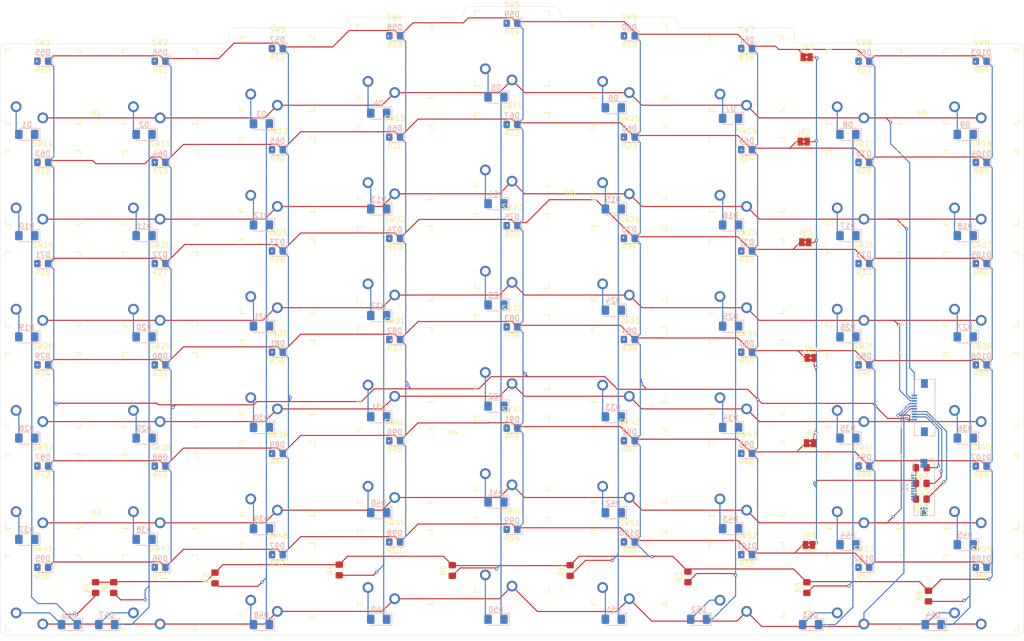
<source format=kicad_pcb>
(kicad_pcb (version 20240108) (generator "pcbnew") (generator_version "8.0")
  (layers (0 "F.Cu" signal) (31 "B.Cu" signal) (34 "B.Paste" user) (35 "F.Paste" user) (36 "B.SilkS" user "B.Silkscreen") (37 "F.SilkS" user "F.Silkscreen") (38 "B.Mask" user) (39 "F.Mask" user) (44 "Edge.Cuts" user))
  (net 0 "")
  (net 1 "/D1")
  (net 2 "Net-(D1-A)")
  (net 3 "Net-(D2-A)")
  (net 4 "Net-(D3-A)")
  (net 5 "Net-(D4-A)")
  (net 6 "Net-(D5-A)")
  (net 7 "Net-(D6-A)")
  (net 8 "/D2")
  (net 9 "Net-(D7-A)")
  (net 10 "Net-(D8-A)")
  (net 11 "Net-(D9-A)")
  (net 12 "Net-(D10-A)")
  (net 13 "Net-(D11-A)")
  (net 14 "Net-(D12-A)")
  (net 15 "/D3")
  (net 16 "Net-(D13-A)")
  (net 17 "Net-(D14-A)")
  (net 18 "Net-(D15-A)")
  (net 19 "Net-(D16-A)")
  (net 20 "Net-(D17-A)")
  (net 21 "Net-(D18-A)")
  (net 22 "/D4")
  (net 23 "Net-(D19-A)")
  (net 24 "Net-(D20-A)")
  (net 25 "Net-(D21-A)")
  (net 26 "Net-(D22-A)")
  (net 27 "Net-(D23-A)")
  (net 28 "Net-(D24-A)")
  (net 29 "/D5")
  (net 30 "Net-(D25-A)")
  (net 31 "Net-(D26-A)")
  (net 32 "Net-(D27-A)")
  (net 33 "Net-(D28-A)")
  (net 34 "Net-(D29-A)")
  (net 35 "Net-(D30-A)")
  (net 36 "/D6")
  (net 37 "Net-(D31-A)")
  (net 38 "Net-(D32-A)")
  (net 39 "Net-(D33-A)")
  (net 40 "Net-(D34-A)")
  (net 41 "Net-(D35-A)")
  (net 42 "Net-(D36-A)")
  (net 43 "/D7")
  (net 44 "Net-(D37-A)")
  (net 45 "Net-(D38-A)")
  (net 46 "Net-(D39-A)")
  (net 47 "Net-(D40-A)")
  (net 48 "Net-(D41-A)")
  (net 49 "Net-(D42-A)")
  (net 50 "/D8")
  (net 51 "Net-(D43-A)")
  (net 52 "Net-(D44-A)")
  (net 53 "Net-(D45-A)")
  (net 54 "Net-(D46-A)")
  (net 55 "Net-(D47-A)")
  (net 56 "Net-(D48-A)")
  (net 57 "/D9")
  (net 58 "Net-(D49-A)")
  (net 59 "Net-(D50-A)")
  (net 60 "Net-(D51-A)")
  (net 61 "Net-(D52-A)")
  (net 62 "Net-(D53-A)")
  (net 63 "Net-(D54-A)")
  (net 64 "/R1")
  (net 65 "/R2")
  (net 66 "/R3")
  (net 67 "/R4")
  (net 68 "/R5")
  (net 69 "/R6")
  (net 70 "GND")
  (net 71 "Net-(D55-A)")
  (net 72 "Net-(D56-A)")
  (net 73 "Net-(D57-A)")
  (net 74 "Net-(D58-A)")
  (net 75 "Net-(D59-A)")
  (net 76 "Net-(D60-A)")
  (net 77 "Net-(D61-A)")
  (net 78 "Net-(D62-A)")
  (net 79 "Net-(D63-A)")
  (net 80 "Net-(D64-A)")
  (net 81 "Net-(D65-A)")
  (net 82 "Net-(D66-A)")
  (net 83 "Net-(D67-A)")
  (net 84 "Net-(D68-A)")
  (net 85 "Net-(D69-A)")
  (net 86 "Net-(D70-A)")
  (net 87 "Net-(D71-A)")
  (net 88 "Net-(D72-A)")
  (net 89 "Net-(D73-A)")
  (net 90 "Net-(D74-A)")
  (net 91 "Net-(D75-A)")
  (net 92 "Net-(D76-A)")
  (net 93 "Net-(D77-A)")
  (net 94 "Net-(D78-A)")
  (net 95 "Net-(D79-A)")
  (net 96 "Net-(D80-A)")
  (net 97 "Net-(D81-A)")
  (net 98 "Net-(D82-A)")
  (net 99 "Net-(D83-A)")
  (net 100 "Net-(D84-A)")
  (net 101 "Net-(D85-A)")
  (net 102 "Net-(D86-A)")
  (net 103 "Net-(D87-A)")
  (net 104 "Net-(D88-A)")
  (net 105 "Net-(D89-A)")
  (net 106 "Net-(D90-A)")
  (net 107 "Net-(D91-A)")
  (net 108 "Net-(D92-A)")
  (net 109 "Net-(D93-A)")
  (net 110 "Net-(D94-A)")
  (net 111 "Net-(D95-A)")
  (net 112 "Net-(D96-A)")
  (net 113 "Net-(D97-A)")
  (net 114 "Net-(D98-A)")
  (net 115 "Net-(D99-A)")
  (net 116 "Net-(D100-A)")
  (net 117 "Net-(D101-A)")
  (net 118 "Net-(D102-A)")
  (net 119 "Net-(JP1-B)")
  (net 120 "Net-(JP1-A)")
  (net 121 "Net-(JP2-A)")
  (net 122 "Net-(JP3-A)")
  (net 123 "Net-(JP4-A)")
  (net 124 "Net-(D103-A)")
  (net 125 "Net-(D104-A)")
  (net 126 "Net-(D105-A)")
  (net 127 "Net-(D106-A)")
  (net 128 "Net-(D107-A)")
  (net 129 "Net-(D108-A)")
  (net 130 "Net-(JP5-A)")
  (net 131 "Net-(JP6-A)")
  (net 132 "Net-(J1-Pin_7)")
  (net 133 "Net-(J1-Pin_9)")
  (net 134 "Net-(J1-Pin_8)")
  (footprint "keyswitches:SW_PG1350" (layer "F.Cu") (at 176 52.25)
    (property "Reference" "SW6")
    (property "Value" "SW_Push")
  )
  (footprint "Resistor_SMD:R_0805_2012Metric_Pad1.20x1.40mm_HandSolder" (layer "F.Cu") (at 98.3 149.25 90)
    (property "Reference" "R3")
    (property "Value" "R")
  )
  (footprint "Resistor_SMD:R_0805_2012Metric_Pad1.20x1.40mm_HandSolder" (layer "F.Cu") (at 220 52.25 180)
    (property "Reference" "R17")
    (property "Value" "R")
  )
  (footprint "keyswitches:SW_PG1350" (layer "F.Cu") (at 220 95)
    (property "Reference" "SW26")
    (property "Value" "SW_Push")
  )
  (footprint "Resistor_SMD:R_0805_2012Metric_Pad1.20x1.40mm_HandSolder" (layer "F.Cu") (at 242 147.25 180)
    (property "Reference" "R69")
    (property "Value" "R")
  )
  (footprint "Resistor_SMD:R_0805_2012Metric_Pad1.20x1.40mm_HandSolder" (layer "F.Cu") (at 66 71.25 180)
    (property "Reference" "R18")
    (property "Value" "R")
  )
  (footprint "Resistor_SMD:R_0805_2012Metric_Pad1.20x1.40mm_HandSolder" (layer "F.Cu") (at 110 144.875 180)
    (property "Reference" "R52")
    (property "Value" "R")
  )
  (footprint "Resistor_SMD:R_0805_2012Metric_Pad1.20x1.40mm_HandSolder" (layer "F.Cu") (at 176 66.5 180)
    (property "Reference" "R23")
    (property "Value" "R")
  )
  (footprint "keyswitches:SW_PG1350" (layer "F.Cu") (at 110 130.625)
    (property "Reference" "SW39")
    (property "Value" "SW_Push")
  )
  (footprint "keyswitches:SW_PG1350" (layer "F.Cu") (at 132 147.25)
    (property "Reference" "SW49")
    (property "Value" "SW_Push")
  )
  (footprint "keyswitches:SW_PG1350" (layer "F.Cu") (at 198 130.625)
    (property "Reference" "SW43")
    (property "Value" "SW_Push")
  )
  (footprint "Resistor_SMD:R_0805_2012Metric_Pad1.20x1.40mm_HandSolder" (layer "F.Cu") (at 110 68.875 180)
    (property "Reference" "R20")
    (property "Value" "R")
  )
  (footprint "keyswitches:SW_PG1350" (layer "F.Cu") (at 88 152)
    (property "Reference" "SW47")
    (property "Value" "SW_Push")
  )
  (footprint "Resistor_SMD:R_0805_2012Metric_Pad1.20x1.40mm_HandSolder" (layer "F.Cu") (at 132 85.5 180)
    (property "Reference" "R29")
    (property "Value" "R")
  )
  (footprint "keyswitches:SW_PG1350" (layer "F.Cu") (at 66 57)
    (property "Reference" "SW1")
    (property "Value" "SW_Push")
  )
  (footprint "Resistor_SMD:R_0805_2012Metric_Pad1.20x1.40mm_HandSolder" (layer "F.Cu") (at 230.75 134.45 180)
    (property "Reference" "R58")
    (property "Value" "R")
  )
  (footprint "Resistor_SMD:R_0805_2012Metric_Pad1.20x1.40mm_HandSolder" (layer "F.Cu") (at 154 83.125 180)
    (property "Reference" "R30")
    (property "Value" "R")
  )
  (footprint "Resistor_SMD:R_0805_2012Metric_Pad1.20x1.40mm_HandSolder" (layer "F.Cu") (at 154 140.125 180)
    (property "Reference" "R54")
    (property "Value" "R")
  )
  (footprint "MountingHole:MountingHole_4.3mm_M4" (layer "F.Cu") (at 165 82.25)
    (property "Reference" "H6")
    (property "Value" "MountingHole")
  )
  (footprint "MountingHole:MountingHole_4.3mm_M4" (layer "F.Cu") (at 231 142.25)
    (property "Reference" "H3")
    (property "Value" "MountingHole")
  )
  (footprint "Resistor_SMD:R_0805_2012Metric_Pad1.20x1.40mm_HandSolder" (layer "F.Cu") (at 176 123.5 180)
    (property "Reference" "R47")
    (property "Value" "R")
  )
  (footprint "keyswitches:SW_PG1350" (layer "F.Cu") (at 220 76)
    (property "Reference" "SW17")
    (property "Value" "SW_Push")
  )
  (footprint "Resistor_SMD:R_0805_2012Metric_Pad1.20x1.40mm_HandSolder" (layer "F.Cu") (at 88 147.25 180)
    (property "Reference" "R51")
    (property "Value" "R")
  )
  (footprint "keyswitches:SW_PG1350" (layer "F.Cu") (at 176 147.25)
    (property "Reference" "SW51")
    (property "Value" "SW_Push")
  )
  (footprint "Resistor_SMD:R_0805_2012Metric_Pad1.20x1.40mm_HandSolder" (layer "F.Cu") (at 121.6 147.75 90)
    (property "Reference" "R4")
    (property "Value" "R")
  )
  (footprint "keyswitches:SW_PG1350" (layer "F.Cu") (at 242 57)
    (property "Reference" "SW9")
    (property "Value" "SW_Push")
  )
  (footprint "keyswitches:SW_PG1350" (layer "F.Cu") (at 110 111.625)
    (property "Reference" "SW30")
    (property "Value" "SW_Push")
  )
  (footprint "Resistor_SMD:R_0805_2012Metric_Pad1.20x1.40mm_HandSolder" (layer "F.Cu") (at 132 142.5 180)
    (property "Reference" "R53")
    (property "Value" "R")
  )
  (footprint "Resistor_SMD:R_0805_2012Metric_Pad1.20x1.40mm_HandSolder" (layer "F.Cu") (at 154 121.125 180)
    (property "Reference" "R46")
    (property "Value" "R")
  )
  (footprint "Resistor_SMD:R_0805_2012Metric_Pad1.20x1.40mm_HandSolder" (layer "F.Cu") (at 66 128.25 180)
    (property "Reference" "R42")
    (property "Value" "R")
  )
  (footprint "keyswitches:SW_PG1350" (layer "F.Cu") (at 198 54.625)
    (property "Reference" "SW7")
    (property "Value" "SW_Push")
  )
  (footprint "Jumper:SolderJumper-2_P1.3mm_Bridged2Bar_Pad1.0x1.5mm" (layer "F.Cu") (at 209 86.25)
    (property "Reference" "JP3")
    (property "Value" "jump")
  )
  (footprint "keyswitches:SW_PG1350" (layer "F.Cu") (at 176 109.25)
    (property "Reference" "SW33")
    (property "Value" "SW_Push")
  )
  (footprint "Resistor_SMD:R_0805_2012Metric_Pad1.20x1.40mm_HandSolder" (layer "F.Cu") (at 110 49.875 180)
    (property "Reference" "R12")
    (property "Value" "R")
  )
  (footprint "Resistor_SMD:R_0805_2012Metric_Pad1.20x1.40mm_HandSolder" (layer "F.Cu") (at 110 87.875 180)
    (property "Reference" "R28")
    (property "Value" "R")
  )
  (footprint "Resistor_SMD:R_0805_2012Metric_Pad1.20x1.40mm_HandSolder" (layer "F.Cu") (at 66 90.25 180)
    (property "Reference" "R26")
    (property "Value" "R")
  )
  (footprint "Resistor_SMD:R_0805_2012Metric_Pad1.20x1.40mm_HandSolder" (layer "F.Cu") (at 132 104.5 180)
    (property "Reference" "R37")
    (property "Value" "R")
  )
  (footprint "Resistor_SMD:R_0805_2012Metric_Pad1.20x1.40mm_HandSolder" (layer "F.Cu") (at 187 149.05 90)
    (property "Reference" "R7")
    (property "Value" "R")
  )
  (footprint "keyswitches:SW_PG1350" (layer "F.Cu") (at 88 76)
    (property "Reference" "SW11")
    (property "Value" "SW_Push")
  )
  (footprint "keyswitches:SW_PG1350" (layer "F.Cu") (at 154 68.875)
    (property "Reference" "SW14")
    (property "Value" "SW_Push")
  )
  (footprint "keyswitches:SW_PG1350" (layer "F.Cu") (at 88 114)
    (property "Reference" "SW29")
    (property "Value" "SW_Push")
  )
  (footprint "keyswitches:SW_PG1350" (layer "F.Cu") (at 220 114)
    (property "Reference" "SW35")
    (property "Value" "SW_Push")
  )
  (footprint "keyswitches:SW_PG1350" (layer "F.Cu") (at 198 92.625)
    (property "Reference" "SW25")
    (property "Value" "SW_Push")
  )
  (footprint "keyswitches:SW_PG1350" (layer "F.Cu") (at 132 71.25)
    (property "Reference" "SW13")
    (property "Value" "SW_Push")
  )
  (footprint "keyswitches:SW_PG1350" (layer "F.Cu") (at 242 95)
    (property "Reference" "SW27")
    (property "Value" "SW_Push")
  )
  (footprint "keyswitches:SW_PG1350" (layer "F.Cu") (at 220 133)
    (property "Reference" "SW44")
    (property "Value" "SW_Push")
  )
  (footprint "keyswitches:SW_PG1350" (layer "F.Cu") (at 242 76)
    (property "Reference" "SW18")
    (property "Value" "SW_Push")
  )
  (footprint "keyswitches:SW_PG1350" (layer "F.Cu") (at 88 95)
    (property "Reference" "SW20")
    (property "Value" "SW_Push")
  )
  (footprint "Resistor_SMD:R_0805_2012Metric_Pad1.20x1.40mm_HandSolder" (layer "F.Cu") (at 176 47.5 180)
    (property "Reference" "R15")
    (property "Value" "R")
  )
  (footprint "keyswitches:SW_PG1350" (layer "F.Cu") (at 110 54.625)
    (property "Reference" "SW3")
    (property "Value" "SW_Push")
  )
  (footprint "Resistor_SMD:R_0805_2012Metric_Pad1.20x1.40mm_HandSolder" (layer "F.Cu") (at 142.8 147.85 90)
    (property "Reference" "R5")
    (property "Value" "R")
  )
  (footprint "keyswitches:SW_PG1350" (layer "F.Cu") (at 220 57)
    (property "Reference" "SW8")
    (property "Value" "SW_Push")
  )
  (footprint "keyswitches:SW_PG1350" (layer "F.Cu") (at 176 71.25)
    (property "Reference" "SW15")
    (property "Value" "SW_Push")
  )
  (footprint "Resistor_SMD:R_0805_2012Metric_Pad1.20x1.40mm_HandSolder" (layer "F.Cu") (at 88 71.25 180)
    (property "Reference" "R19")
    (property "Value" "R")
  )
  (footprint "Resistor_SMD:R_0805_2012Metric_Pad1.20x1.40mm_HandSolder" (layer "F.Cu") (at 220 109.25 180)
    (property "Reference" "R41")
    (property "Value" "R")
  )
  (footprint "Resistor_SMD:R_0805_2012Metric_Pad1.20x1.40mm_HandSolder" (layer "F.Cu") (at 230.75 128.55 180)
    (property "Reference" "R60")
    (property "Value" "R")
  )
  (footprint "Jumper:SolderJumper-2_P1.3mm_Bridged2Bar_Pad1.0x1.5mm" (layer "F.Cu") (at 209.9 123.95)
    (property "Reference" "JP5")
    (property "Value" "jump")
  )
  (footprint "Resistor_SMD:R_0805_2012Metric_Pad1.20x1.40mm_HandSolder" (layer "F.Cu") (at 176 142.5 180)
    (property "Reference" "R55")
    (property "Value" "R")
  )
  (footprint "keyswitches:SW_PG1350" (layer "F.Cu") (at 198 149.625)
    (property "Reference" "SW52")
    (property "Value" "SW_Push")
  )
  (footprint "keyswitches:SW_PG1350" (layer "F.Cu") (at 154 125.875)
    (property "Reference" "SW41")
    (property "Value" "SW_Push")
  )
  (footprint "keyswitches:SW_PG1350" (layer "F.Cu") (at 110 92.625)
    (property "Reference" "SW21")
    (property "Value" "SW_Push")
  )
  (footprint "Resistor_SMD:R_0805_2012Metric_Pad1.20x1.40mm_HandSolder" (layer "F.Cu") (at 132 123.5 180)
    (property "Reference" "R45")
    (property "Value" "R")
  )
  (footprint "MountingHole:MountingHole_4.3mm_M4" (layer "F.Cu") (at 231 67.25)
    (property "Reference" "H5")
    (property "Value" "MountingHole")
  )
  (footprint "Jumper:SolderJumper-2_P1.3mm_Bridged2Bar_Pad1.0x1.5mm" (layer "F.Cu") (at 208.7 67.35)
    (property "Reference" "JP2")
    (property "Value" "jump")
  )
  (footprint "Jumper:SolderJumper-2_P1.3mm_Bridged2Bar_Pad1.0x1.5mm" (layer "F.Cu") (at 210 107.95)
    (property "Reference" "JP4")
    (property "Value" "jump")
  )
  (footprint "Resistor_SMD:R_0805_2012Metric_Pad1.20x1.40mm_HandSolder" (layer "F.Cu") (at 198 106.875 180)
    (property "Reference" "R40")
    (property "Value" "R")
  )
  (footprint "Resistor_SMD:R_0805_2012Metric_Pad1.20x1.40mm_HandSolder" (layer "F.Cu") (at 66 52.25 180)
    (property "Reference" "R10")
    (property "Value" "R")
  )
  (footprint "keyswitches:SW_PG1350" (layer "F.Cu") (at 110 149.625)
    (property "Reference" "SW48")
    (property "Value" "SW_Push")
  )
  (footprint "Resistor_SMD:R_0805_2012Metric_Pad1.20x1.40mm_HandSolder" (layer "F.Cu") (at 198 87.875 180)
    (property "Reference" "R32")
    (property "Value" "R")
  )
  (footprint "keyswitches:SW_PG1350" (layer "F.Cu") (at 66 133)
    (property "Reference" "SW37")
    (property "Value" "SW_Push")
  )
  (footprint "Resistor_SMD:R_0805_2012Metric_Pad1.20x1.40mm_HandSolder" (layer "F.Cu") (at 198 49.875 180)
    (property "Reference" "R16")
    (property "Value" "R")
  )
  (footprint "keyswitches:SW_PG1350" (layer "F.Cu") (at 176 90.25)
    (property "Reference" "SW24")
    (property "Value" "SW_Push")
  )
  (footprint "keyswitches:SW_PG1350" (layer "F.Cu") (at 154 49.875)
    (property "Reference" "SW5")
    (property "Value" "SW_Push")
  )
  (footprint "keyswitches:SW_PG1350" (layer "F.Cu") (at 132 52.25)
    (property "Reference" "SW4")
    (property "Value" "SW_Push")
  )
  (footprint "Resistor_SMD:R_0805_2012Metric_Pad1.20x1.40mm_HandSolder" (layer "F.Cu") (at 230.75 131.5 180)
    (property "Reference" "R59")
    (property "Value" "R")
  )
  (footprint "Resistor_SMD:R_0805_2012Metric_Pad1.20x1.40mm_HandSolder" (layer "F.Cu") (at 154 64.125 180)
    (property "Reference" "R22")
    (property "Value" "R")
  )
  (footprint "Resistor_SMD:R_0805_2012Metric_Pad1.20x1.40mm_HandSolder" (layer "F.Cu") (at 232.1 152.65 90)
    (property "Reference" "R9")
    (property "Value" "R")
  )
  (footprint "keyswitches:SW_PG1350" (layer "F.Cu") (at 66 76)
    (property "Reference" "SW10")
    (property "Value" "SW_Push")
  )
  (footprint "Jumper:SolderJumper-2_P1.3mm_Bridged2Bar_Pad1.0x1.5mm" (layer "F.Cu") (at 209.7 143.05)
    (property "Reference" "JP6")
    (property "Value" "jump")
  )
  (footprint "Resistor_SMD:R_0805_2012Metric_Pad1.20x1.40mm_HandSolder" (layer "F.Cu") (at 242 90.25 180)
    (property "Reference" "R66")
    (property "Value" "R")
  )
  (footprint "Resistor_SMD:R_0805_2012Metric_Pad1.20x1.40mm_HandSolder" (layer "F.Cu") (at 198 68.875 180)
    (property "Reference" "R24")
    (property "Value" "R")
  )
  (footprint "Resistor_SMD:R_0805_2012Metric_Pad1.20x1.40mm_HandSolder" (layer "F.Cu") (at 220 128.25 180)
    (property "Reference" "R49")
    (property "Value" "R")
  )
  (footprint "keyswitches:SW_PG1350" (layer "F.Cu") (at 66 152)
    (property "Reference" "SW46")
    (property "Value" "SW_Push")
  )
  (footprint "Resistor_SMD:R_0805_2012Metric_Pad1.20x1.40mm_HandSolder" (layer "F.Cu") (at 209.3 151.05 90)
    (property "Reference" "R8")
    (property "Value" "R")
  )
  (footprint "keyswitches:SW_PG1350" (layer "F.Cu") (at 154 106.875)
    (property "Reference" "SW32")
    (property "Value" "SW_Push")
  )
  (footprint "Resistor_SMD:R_0805_2012Metric_Pad1.20x1.40mm_HandSolder" (layer "F.Cu") (at 110 125.875 180)
    (property "Reference" "R44")
    (property "Value" "R")
  )
  (footprint "keyswitches:SW_PG1350" (layer "F.Cu") (at 66 114)
    (property "Reference" "SW28")
    (property "Value" "SW_Push")
  )
  (footprint "Resistor_SMD:R_0805_2012Metric_Pad1.20x1.40mm_HandSolder" (layer "F.Cu") (at 242 128.25 180)
    (property "Reference" "R68")
    (property "Value" "R")
  )
  (footprint "MountingHole:MountingHole_4.3mm_M4" (layer "F.Cu") (at 76 142.25)
    (property "Reference" "H2")
    (property "Value" "MountingHole")
  )
  (footprint "Resistor_SMD:R_0805_2012Metric_Pad1.20x1.40mm_HandSolder" (layer "F.Cu") (at 132 47.5 180)
    (property "Reference" "R13")
    (property "Value" "R")
  )
  (footprint "keyswitches:SW_PG1350" (layer "F.Cu") (at 242 152)
    (property "Reference" "SW54")
    (property "Value" "SW_Push")
  )
  (footprint "keyswitches:SW_PG1350" (layer "F.Cu") (at 198 73.625)
    (property "Reference" "SW16")
    (property "Value" "SW_Push")
  )
  (footprint "keyswitches:SW_PG1350" (layer "F.Cu") (at 220 152)
    (property "Reference" "SW53")
    (property "Value" "SW_Push")
  )
  (footprint "keyswitches:SW_PG1350" (layer "F.Cu") (at 88 133)
    (property "Reference" "SW38")
    (property "Value" "SW_Push")
  )
  (footprint "Resistor_SMD:R_0805_2012Metric_Pad1.20x1.40mm_HandSolder" (layer "F.Cu") (at 242 71.25 180)
    (property "Reference" "R65")
    (property "Value" "R")
  )
  (footprint "Resistor_SMD:R_0805_2012Metric_Pad1.20x1.40mm_HandSolder" (layer "F.Cu") (at 154 102.125 180)
    (property "Reference" "R38")
    (property "Value" "R")
  )
  (footprint "keyswitches:SW_PG1350" (layer "F.Cu") (at 154 87.875)
    (property "Reference" "SW23")
    (property "Value" "SW_Push")
  )
  (footprint "keyswitches:SW_PG1350" (layer "F.Cu") (at 198 111.625)
    (property "Reference" "SW34")
    (property "Value" "SW_Push")
  )
  (footprint "Resistor_SMD:R_0805_2012Metric_Pad1.20x1.40mm_HandSolder" (layer "F.Cu") (at 88 52.25 180)
    (property "Reference" "R11")
    (property "Value" "R")
  )
  (footprint "Resistor_SMD:R_0805_2012Metric_Pad1.20x1.40mm_HandSolder" (layer "F.Cu") (at 88 90.25 180)
    (property "Reference" "R27")
    (property "Value" "R")
  )
  (footprint "keyswitches:SW_PG1350" (layer "F.Cu") (at 242 114)
    (property "Reference" "SW36")
    (property "Value" "SW_Push")
  )
  (footprint "Resistor_SMD:R_0805_2012Metric_Pad1.20x1.40mm_HandSolder" (layer "F.Cu") (at 110 106.875 180)
    (property "Reference" "R36")
    (property "Value" "R")
  )
  (footprint "Resistor_SMD:R_0805_2012Metric_Pad1.20x1.40mm_HandSolder" (layer "F.Cu") (at 242 52.25 180)
    (property "Reference" "R64")
    (property "Value" "R")
  )
  (footprint "Resistor_SMD:R_0805_2012Metric_Pad1.20x1.40mm_HandSolder" (layer "F.Cu") (at 198 125.875 180)
    (property "Reference" "R48")
    (property "Value" "R")
  )
  (footprint "Resistor_SMD:R_0805_2012Metric_Pad1.20x1.40mm_HandSolder" (layer "F.Cu") (at 220 147.25 180)
    (property "Reference" "R57")
    (property "Value" "R")
  )
  (footprint "keyswitches:SW_PG1350" (layer "F.Cu") (at 88 57)
    (property "Reference" "SW2")
    (property "Value" "SW_Push")
  )
  (footprint "MountingHole:MountingHole_4.3mm_M4" (layer "F.Cu") (at 143 127.25)
    (property "Reference" "H4")
    (property "Value" "MountingHole")
  )
  (footprint "Resistor_SMD:R_0805_2012Metric_Pad1.20x1.40mm_HandSolder" (layer "F.Cu") (at 66 147.25 180)
    (property "Reference" "R50")
    (property "Value" "R")
  )
  (footprint "keyswitches:SW_PG1350" (layer "F.Cu") (at 242 133)
    (property "Reference" "SW45")
    (property "Value" "SW_Push")
  )
  (footprint "Resistor_SMD:R_0805_2012Metric_Pad1.20x1.40mm_HandSolder" (layer "F.Cu") (at 154 45.125 180)
    (property "Reference" "R14")
    (property "Value" "R")
  )
  (footprint "Resistor_SMD:R_0805_2012Metric_Pad1.20x1.40mm_HandSolder" (layer "F.Cu") (at 66 109.25 180)
    (property "Reference" "R34")
    (property "Value" "R")
  )
  (footprint "keyswitches:SW_PG1350" (layer "F.Cu") (at 132 109.25)
    (property "Reference" "SW31")
    (property "Value" "SW_Push")
  )
  (footprint "keyswitches:SW_PG1350" (layer "F.Cu") (at 132 128.25)
    (property "Reference" "SW40")
    (property "Value" "SW_Push")
  )
  (footprint "keyswitches:SW_PG1350" (layer "F.Cu") (at 176 128.25)
    (property "Reference" "SW42")
    (property "Value" "SW_Push")
  )
  (footprint "Resistor_SMD:R_0805_2012Metric_Pad1.20x1.40mm_HandSolder" (layer "F.Cu") (at 88 109.25 180)
    (property "Reference" "R35")
    (property "Value" "R")
  )
  (footprint "Resistor_SMD:R_0805_2012Metric_Pad1.20x1.40mm_HandSolder" (layer "F.Cu") (at 242 109.25 180)
    (property "Reference" "R67")
    (property "Value" "R")
  )
  (footprint "Resistor_SMD:R_0805_2012Metric_Pad1.20x1.40mm_HandSolder" (layer "F.Cu") (at 79.3 151.05 90)
    (property "Reference" "R2")
    (property "Value" "R")
  )
  (footprint "Resistor_SMD:R_0805_2012Metric_Pad1.20x1.40mm_HandSolder" (layer "F.Cu") (at 164.9 147.85 90)
    (property "Reference" "R6")
    (property "Value" "R")
  )
  (footprint "Resistor_SMD:R_0805_2012Metric_Pad1.20x1.40mm_HandSolder" (layer "F.Cu") (at 220 71.25 180)
    (property "Reference" "R25")
    (property "Value" "R")
  )
  (footprint "keyswitches:SW_PG1350" (layer "F.Cu") (at 66 95)
    (property "Reference" "SW19")
    (property "Value" "SW_Push")
  )
  (footprint "Resistor_SMD:R_0805_2012Metric_Pad1.20x1.40mm_HandSolder" (layer "F.Cu") (at 75.9 151.05 90)
    (property "Reference" "R1")
    (property "Value" "R")
  )
  (footprint "Resistor_SMD:R_0805_2012Metric_Pad1.20x1.40mm_HandSolder" (layer "F.Cu") (at 220 90.25 180)
    (property "Reference" "R33")
    (property "Value" "R")
  )
  (footprint "Resistor_SMD:R_0805_2012Metric_Pad1.20x1.40mm_HandSolder" (layer "F.Cu") (at 132 66.5 180)
    (property "Reference" "R21")
    (property "Value" "R")
  )
  (footprint "Resistor_SMD:R_0805_2012Metric_Pad1.20x1.40mm_HandSolder" (layer "F.Cu") (at 176 85.5 180)
    (property "Reference" "R31")
    (property "Value" "R")
  )
  (footprint "Resistor_SMD:R_0805_2012Metric_Pad1.20x1.40mm_HandSolder" (layer "F.Cu") (at 176 104.5 180)
    (property "Reference" "R39")
    (property "Value" "R")
  )
  (footprint "Resistor_SMD:R_0805_2012Metric_Pad1.20x1.40mm_HandSolder" (layer "F.Cu") (at 198 144.875 180)
    (property "Reference" "R56")
    (property "Value" "R")
  )
  (footprint "keyswitches:SW_PG1350" (layer "F.Cu") (at 132 90.25)
    (property "Reference" "SW22")
    (property "Value" "SW_Push")
  )
  (footprint "keyswitches:SW_PG1350" (layer "F.Cu") (at 154 144.875)
    (property "Reference" "SW50")
    (property "Value" "SW_Push")
  )
  (footprint "MountingHole:MountingHole_4.3mm_M4" (layer "F.Cu") (at 76 67.25)
    (property "Reference" "H1")
    (property "Value" "MountingHole")
  )
  (footprint "keyswitches:SW_PG1350" (layer "F.Cu") (at 110 73.625)
    (property "Reference" "SW12")
    (property "Value" "SW_Push")
  )
  (footprint "Resistor_SMD:R_0805_2012Metric_Pad1.20x1.40mm_HandSolder" (layer "F.Cu") (at 88 128.25 180)
    (property "Reference" "R43")
    (property "Value" "R")
  )
  (footprint "Jumper:SolderJumper-2_P1.3mm_Bridged2Bar_Pad1.0x1.5mm" (layer "F.Cu") (at 209.25 51.5)
    (property "Reference" "JP1")
    (property "Value" "jump")
  )
  (footprint "LED_SMD:LED_0805_2012Metric_Pad1.15x1.40mm_HandSolder" (layer "B.Cu") (at 66 71.25 180)
    (property "Reference" "D63")
    (property "Value" "LED")
  )
  (footprint "LED_SMD:LED_0805_2012Metric_Pad1.15x1.40mm_HandSolder" (layer "B.Cu") (at 110 106.875 180)
    (property "Reference" "D81")
    (property "Value" "LED")
  )
  (footprint "LED_SMD:LED_0805_2012Metric_Pad1.15x1.40mm_HandSolder" (layer "B.Cu") (at 110 68.875 180)
    (property "Reference" "D65")
    (property "Value" "LED")
  )
  (footprint "LED_SMD:LED_0805_2012Metric_Pad1.15x1.40mm_HandSolder" (layer "B.Cu") (at 198 68.875 180)
    (property "Reference" "D69")
    (property "Value" "LED")
  )
  (footprint "Diode_SMD:D_1206_3216Metric_Pad1.42x1.75mm_HandSolder" (layer "B.Cu") (at 195 83 180)
    (property "Reference" "D16")
    (property "Value" "D")
  )
  (footprint "Diode_SMD:D_1206_3216Metric_Pad1.42x1.75mm_HandSolder" (layer "B.Cu") (at 129 119 180)
    (property "Reference" "D31")
    (property "Value" "D")
  )
  (footprint "LED_SMD:LED_0805_2012Metric_Pad1.15x1.40mm_HandSolder" (layer "B.Cu") (at 154 45.125 180)
    (property "Reference" "D59")
    (property "Value" "LED")
  )
  (footprint "Diode_SMD:D_1206_3216Metric_Pad1.42x1.75mm_HandSolder" (layer "B.Cu") (at 233 158 180)
    (property "Reference" "D54")
    (property "Value" "D")
  )
  (footprint "Diode_SMD:D_1206_3216Metric_Pad1.42x1.75mm_HandSolder" (layer "B.Cu") (at 173 99 180)
    (property "Reference" "D24")
    (property "Value" "D")
  )
  (footprint "LED_SMD:LED_0805_2012Metric_Pad1.15x1.40mm_HandSolder" (layer "B.Cu") (at 88 90.25 180)
    (property "Reference" "D72")
    (property "Value" "LED")
  )
  (footprint "Diode_SMD:D_1206_3216Metric_Pad1.42x1.75mm_HandSolder" (layer "B.Cu") (at 217 104 180)
    (property "Reference" "D26")
    (property "Value" "D")
  )
  (footprint "Diode_SMD:D_1206_3216Metric_Pad1.42x1.75mm_HandSolder" (layer "B.Cu") (at 195 102 180)
    (property "Reference" "D25")
    (property "Value" "D")
  )
  (footprint "LED_SMD:LED_0805_2012Metric_Pad1.15x1.40mm_HandSolder" (layer "B.Cu") (at 132 123.5 180)
    (property "Reference" "D90")
    (property "Value" "LED")
  )
  (footprint "Diode_SMD:D_1206_3216Metric_Pad1.42x1.75mm_HandSolder" (layer "B.Cu") (at 107 121 180)
    (property "Reference" "D30")
    (property "Value" "D")
  )
  (footprint "LED_SMD:LED_0805_2012Metric_Pad1.15x1.40mm_HandSolder" (layer "B.Cu") (at 110 125.875 180)
    (property "Reference" "D89")
    (property "Value" "LED")
  )
  (footprint "LED_SMD:LED_0805_2012Metric_Pad1.15x1.40mm_HandSolder" (layer "B.Cu") (at 198 49.875 180)
    (property "Reference" "D61")
    (property "Value" "LED")
  )
  (footprint "LED_SMD:LED_0805_2012Metric_Pad1.15x1.40mm_HandSolder" (layer "B.Cu") (at 198 106.875 180)
    (property "Reference" "D85")
    (property "Value" "LED")
  )
  (footprint "Diode_SMD:D_1206_3216Metric_Pad1.42x1.75mm_HandSolder" (layer "B.Cu") (at 78 158 180)
    (property "Reference" "D47")
    (property "Value" "D")
  )
  (footprint "Diode_SMD:D_1206_3216Metric_Pad1.42x1.75mm_HandSolder" (layer "B.Cu") (at 129 157 180)
    (property "Reference" "D49")
    (property "Value" "D")
  )
  (footprint "Diode_SMD:D_1206_3216Metric_Pad1.42x1.75mm_HandSolder" (layer "B.Cu") (at 173 157 180)
    (property "Reference" "D51")
    (property "Value" "D")
  )
  (footprint "LED_SMD:LED_0805_2012Metric_Pad1.15x1.40mm_HandSolder" (layer "B.Cu") (at 154 140.125 180)
    (property "Reference" "D99")
    (property "Value" "LED")
  )
  (footprint "LED_SMD:LED_0805_2012Metric_Pad1.15x1.40mm_HandSolder" (layer "B.Cu") (at 66 90.25 180)
    (property "Reference" "D71")
    (property "Value" "LED")
  )
  (footprint "Diode_SMD:D_1206_3216Metric_Pad1.42x1.75mm_HandSolder" (layer "B.Cu") (at 239 143 180)
    (property "Reference" "D45")
    (property "Value" "D")
  )
  (footprint "Connector_FFC-FPC:Molex_54548-1071_1x10-1MP_P0.5mm_Horizontal" (layer "B.Cu") (at 230.375 132.25 -90)
    (property "Reference" "J2")
    (property "Value" "Conn_01x10_Shielded")
  )
  (footprint "Diode_SMD:D_1206_3216Metric_Pad1.42x1.75mm_HandSolder" (layer "B.Cu") (at 173 137 180)
    (property "Reference" "D42")
    (property "Value" "D")
  )
  (footprint "LED_SMD:LED_0805_2012Metric_Pad1.15x1.40mm_HandSolder" (layer "B.Cu") (at 132 85.5 180)
    (property "Reference" "D74")
    (property "Value" "LED")
  )
  (footprint "Diode_SMD:D_1206_3216Metric_Pad1.42x1.75mm_HandSolder" (layer "B.Cu") (at 63 66 180)
    (property "Reference" "D1")
    (property "Value" "D")
  )
  (footprint "Diode_SMD:D_1206_3216Metric_Pad1.42x1.75mm_HandSolder" (layer "B.Cu") (at 195 140 180)
    (property "Reference" "D43")
    (property "Value" "D")
  )
  (footprint "LED_SMD:LED_0805_2012Metric_Pad1.15x1.40mm_HandSolder" (layer "B.Cu") (at 242 109.25 180)
    (property "Reference" "D106")
    (property "Value" "LED")
  )
  (footprint "LED_SMD:LED_0805_2012Metric_Pad1.15x1.40mm_HandSolder" (layer "B.Cu") (at 154 83.125 180)
    (property "Reference" "D75")
    (property "Value" "LED")
  )
  (footprint "LED_SMD:LED_0805_2012Metric_Pad1.15x1.40mm_HandSolder" (layer "B.Cu") (at 176 47.5 180)
    (property "Reference" "D60")
    (property "Value" "LED")
  )
  (footprint "Diode_SMD:D_1206_3216Metric_Pad1.42x1.75mm_HandSolder" (layer "B.Cu") (at 239 85 180)
    (property "Reference" "D18")
    (property "Value" "D")
  )
  (footprint "LED_SMD:LED_0805_2012Metric_Pad1.15x1.40mm_HandSolder" (layer "B.Cu") (at 176 123.5 180)
    (property "Reference" "D92")
    (property "Value" "LED")
  )
  (footprint "LED_SMD:LED_0805_2012Metric_Pad1.15x1.40mm_HandSolder" (layer "B.Cu") (at 132 142.5 180)
    (property "Reference" "D98")
    (property "Value" "LED")
  )
  (footprint "Diode_SMD:D_1206_3216Metric_Pad1.42x1.75mm_HandSolder" (layer "B.Cu") (at 129 80 180)
    (property "Reference" "D13")
    (property "Value" "D")
  )
  (footprint "LED_SMD:LED_0805_2012Metric_Pad1.15x1.40mm_HandSolder" (layer "B.Cu") (at 88 109.25 180)
    (property "Reference" "D80")
    (property "Value" "LED")
  )
  (footprint "LED_SMD:LED_0805_2012Metric_Pad1.15x1.40mm_HandSolder" (layer "B.Cu") (at 242 71.25 180)
    (property "Reference" "D104")
    (property "Value" "LED")
  )
  (footprint "LED_SMD:LED_0805_2012Metric_Pad1.15x1.40mm_HandSolder" (layer "B.Cu") (at 198 125.875 180)
    (property "Reference" "D93")
    (property "Value" "LED")
  )
  (footprint "Diode_SMD:D_1206_3216Metric_Pad1.42x1.75mm_HandSolder" (layer "B.Cu") (at 189 157 180)
    (property "Reference" "D52")
    (property "Value" "D")
  )
  (footprint "LED_SMD:LED_0805_2012Metric_Pad1.15x1.40mm_HandSolder" (layer "B.Cu") (at 88 128.25 180)
    (property "Reference" "D88")
    (property "Value" "LED")
  )
  (footprint "Diode_SMD:D_1206_3216Metric_Pad1.42x1.75mm_HandSolder" (layer "B.Cu") (at 195 63 180)
    (property "Reference" "D7")
    (property "Value" "D")
  )
  (footprint "LED_SMD:LED_0805_2012Metric_Pad1.15x1.40mm_HandSolder" (layer "B.Cu") (at 242 52.25 180)
    (property "Reference" "D103")
    (property "Value" "LED")
  )
  (footprint "Diode_SMD:D_1206_3216Metric_Pad1.42x1.75mm_HandSolder" (layer "B.Cu") (at 173 80 180)
    (property "Reference" "D15")
    (property "Value" "D")
  )
  (footprint "Diode_SMD:D_1206_3216Metric_Pad1.42x1.75mm_HandSolder" (layer "B.Cu") (at 239 104 180)
    (property "Reference" "D27")
    (property "Value" "D")
  )
  (footprint "Diode_SMD:D_1206_3216Metric_Pad1.42x1.75mm_HandSolder" (layer "B.Cu") (at 107 64 180)
    (property "Reference" "D3")
    (property "Value" "D")
  )
  (footprint "Diode_SMD:D_1206_3216Metric_Pad1.42x1.75mm_HandSolder" (layer "B.Cu") (at 129 62 180)
    (property "Reference" "D4")
    (property "Value" "D")
  )
  (footprint "Diode_SMD:D_1206_3216Metric_Pad1.42x1.75mm_HandSolder" (layer "B.Cu") (at 217 85 180)
    (property "Reference" "D17")
    (property "Value" "D")
  )
  (footprint "LED_SMD:LED_0805_2012Metric_Pad1.15x1.40mm_HandSolder" (layer "B.Cu") (at 242 147.25 180)
    (property "Reference" "D108")
    (property "Value" "LED")
  )
  (footprint "Diode_SMD:D_1206_3216Metric_Pad1.42x1.75mm_HandSolder" (layer "B.Cu") (at 129 137 180)
    (property "Reference" "D40")
    (property "Value" "D")
  )
  (footprint "LED_SMD:LED_0805_2012Metric_Pad1.15x1.40mm_HandSolder" (layer "B.Cu") (at 132 47.5 180)
    (property "Reference" "D58")
    (property "Value" "LED")
  )
  (footprint "LED_SMD:LED_0805_2012Metric_Pad1.15x1.40mm_HandSolder" (layer "B.Cu") (at 110 144.875 180)
    (property "Reference" "D97")
    (property "Value" "LED")
  )
  (footprint "LED_SMD:LED_0805_2012Metric_Pad1.15x1.40mm_HandSolder" (layer "B.Cu") (at 242 90.25 180)
    (property "Reference" "D105")
    (property "Value" "LED")
  )
  (footprint "LED_SMD:LED_0805_2012Metric_Pad1.15x1.40mm_HandSolder" (layer "B.Cu") (at 176 66.5 180)
    (property "Reference" "D68")
    (property "Value" "LED")
  )
  (footprint "LED_SMD:LED_0805_2012Metric_Pad1.15x1.40mm_HandSolder" (layer "B.Cu") (at 88 147.25 180)
    (property "Reference" "D96")
    (property "Value" "LED")
  )
  (footprint "LED_SMD:LED_0805_2012Metric_Pad1.15x1.40mm_HandSolder" (layer "B.Cu") (at 220 71.25 180)
    (property "Reference" "D70")
    (property "Value" "LED")
  )
  (footprint "Diode_SMD:D_1206_3216Metric_Pad1.42x1.75mm_HandSolder" (layer "B.Cu") (at 195 121 180)
    (property "Reference" "D34")
    (property "Value" "D")
  )
  (footprint "LED_SMD:LED_0805_2012Metric_Pad1.15x1.40mm_HandSolder" (layer "B.Cu") (at 66 128.25 180)
    (property "Reference" "D87")
    (property "Value" "LED")
  )
  (footprint "Diode_SMD:D_1206_3216Metric_Pad1.42x1.75mm_HandSolder" (layer "B.Cu") (at 239 66 180)
    (property "Reference" "D9")
    (property "Value" "D")
  )
  (footprint "Diode_SMD:D_1206_3216Metric_Pad1.42x1.75mm_HandSolder" (layer "B.Cu") (at 217 143 180)
    (property "Reference" "D44")
    (property "Value" "D")
  )
  (footprint "LED_SMD:LED_0805_2012Metric_Pad1.15x1.40mm_HandSolder" (layer "B.Cu") (at 66 109.25 180)
    (property "Reference" "D79")
    (property "Value" "LED")
  )
  (footprint "Diode_SMD:D_1206_3216Metric_Pad1.42x1.75mm_HandSolder" (layer "B.Cu") (at 63 85 180)
    (property "Reference" "D10")
    (property "Value" "D")
  )
  (footprint "Diode_SMD:D_1206_3216Metric_Pad1.42x1.75mm_HandSolder" (layer "B.Cu") (at 173 119 180)
    (property "Reference" "D33")
    (property "Value" "D")
  )
  (footprint "Diode_SMD:D_1206_3216Metric_Pad1.42x1.75mm_HandSolder" (layer "B.Cu") (at 217 66 180)
    (property "Reference" "D8")
    (property "Value" "D")
  )
  (footprint "LED_SMD:LED_0805_2012Metric_Pad1.15x1.40mm_HandSolder" (layer "B.Cu") (at 132 66.5 180)
    (property "Reference" "D66")
    (property "Value" "LED")
  )
  (footprint "LED_SMD:LED_0805_2012Metric_Pad1.15x1.40mm_HandSolder" (layer "B.Cu") (at 176 104.5 180)
    (property "Reference" "D84")
    (property "Value" "LED")
  )
  (footprint "Diode_SMD:D_1206_3216Metric_Pad1.42x1.75mm_HandSolder" (layer "B.Cu") (at 151 157 180)
    (property "Reference" "D50")
    (property "Value" "D")
  )
  (footprint "LED_SMD:LED_0805_2012Metric_Pad1.15x1.40mm_HandSolder" (layer "B.Cu") (at 176 142.5 180)
    (property "Reference" "D100")
    (property "Value" "LED")
  )
  (footprint "Diode_SMD:D_1206_3216Metric_Pad1.42x1.75mm_HandSolder" (layer "B.Cu") (at 173 61 180)
    (property "Reference" "D6")
    (property "Value" "D")
  )
  (footprint "LED_SMD:LED_0805_2012Metric_Pad1.15x1.40mm_HandSolder" (layer "B.Cu") (at 110 87.875 180)
    (property "Reference" "D73")
    (property "Value" "LED")
  )
  (footprint "Diode_SMD:D_1206_3216Metric_Pad1.42x1.75mm_HandSolder" (layer "B.Cu") (at 107 158 180)
    (property "Reference" "D48")
    (property "Value" "D")
  )
  (footprint "Diode_SMD:D_1206_3216Metric_Pad1.42x1.75mm_HandSolder" (layer "B.Cu") (at 85 142 180)
    (property "Reference" "D38")
    (property "Value" "D")
  )
  (footprint "Diode_SMD:D_1206_3216Metric_Pad1.42x1.75mm_HandSolder" (layer "B.Cu") (at 63 104 180)
    (property "Reference" "D19")
    (property "Value" "D")
  )
  (footprint "Diode_SMD:D_1206_3216Metric_Pad1.42x1.75mm_HandSolder" (layer "B.Cu") (at 239 123 180)
    (property "Reference" "D36")
    (property "Value" "D")
  )
  (footprint "LED_SMD:LED_0805_2012Metric_Pad1.15x1.40mm_HandSolder" (layer "B.Cu") (at 154 102.125 180)
    (property "Reference" "D83")
    (property "Value" "LED")
  )
  (footprint "LED_SMD:LED_0805_2012Metric_Pad1.15x1.40mm_HandSolder" (layer "B.Cu") (at 220 109.25 180)
    (property "Reference" "D86")
    (property "Value" "LED")
  )
  (footprint "LED_SMD:LED_0805_2012Metric_Pad1.15x1.40mm_HandSolder" (layer "B.Cu") (at 220 52.25 180)
    (property "Reference" "D62")
    (property "Value" "LED")
  )
  (footprint "Diode_SMD:D_1206_3216Metric_Pad1.42x1.75mm_HandSolder" (layer "B.Cu") (at 107 83 180)
    (property "Reference" "D12")
    (property "Value" "D")
  )
  (footprint "LED_SMD:LED_0805_2012Metric_Pad1.15x1.40mm_HandSolder" (layer "B.Cu") (at 66 147.25 180)
    (property "Reference" "D95")
    (property "Value" "LED")
  )
  (footprint "LED_SMD:LED_0805_2012Metric_Pad1.15x1.40mm_HandSolder" (layer "B.Cu") (at 154 64.125 180)
    (property "Reference" "D67")
    (property "Value" "LED")
  )
  (footprint "Diode_SMD:D_1206_3216Metric_Pad1.42x1.75mm_HandSolder" (layer "B.Cu") (at 217 123 180)
    (property "Reference" "D35")
    (property "Value" "D")
  )
  (footprint "Diode_SMD:D_1206_3216Metric_Pad1.42x1.75mm_HandSolder" (layer "B.Cu") (at 71 158 180)
    (property "Reference" "D46")
    (property "Value" "D")
  )
  (footprint "LED_SMD:LED_0805_2012Metric_Pad1.15x1.40mm_HandSolder" (layer "B.Cu") (at 198 87.875 180)
    (property "Reference" "D77")
    (property "Value" "LED")
  )
  (footprint "LED_SMD:LED_0805_2012Metric_Pad1.15x1.40mm_HandSolder" (layer "B.Cu") (at 66 52.25 180)
    (property "Reference" "D55")
    (property "Value" "LED")
  )
  (footprint "LED_SMD:LED_0805_2012Metric_Pad1.15x1.40mm_HandSolder" (layer "B.Cu") (at 88 71.25 180)
    (property "Reference" "D64")
    (property "Value" "LED")
  )
  (footprint "Diode_SMD:D_1206_3216Metric_Pad1.42x1.75mm_HandSolder" (layer "B.Cu") (at 129 100 180)
    (property "Reference" "D22")
    (property "Value" "D")
  )
  (footprint "LED_SMD:LED_0805_2012Metric_Pad1.15x1.40mm_HandSolder" (layer "B.Cu") (at 220 147.25 180)
    (property "Reference" "D102")
    (property "Value" "LED")
  )
  (footprint "Connector_FFC-FPC:Molex_54548-1071_1x10-1MP_P0.5mm_Horizontal" (layer "B.Cu") (at 230.475 117.275 -90)
    (property "Reference" "J1")
    (property "Value" "Conn_01x10_Shielded")
  )
  (footprint "LED_SMD:LED_0805_2012Metric_Pad1.15x1.40mm_HandSolder" (layer "B.Cu") (at 242 128.25 180)
    (property "Reference" "D107")
    (property "Value" "LED")
  )
  (footprint "LED_SMD:LED_0805_2012Metric_Pad1.15x1.40mm_HandSolder" (layer "B.Cu") (at 154 121.125 180)
    (property "Reference" "D91")
    (property "Value" "LED")
  )
  (footprint "Diode_SMD:D_1206_3216Metric_Pad1.42x1.75mm_HandSolder" (layer "B.Cu") (at 85 85 180)
    (property "Reference" "D11")
    (property "Value" "D")
  )
  (footprint "LED_SMD:LED_0805_2012Metric_Pad1.15x1.40mm_HandSolder" (layer "B.Cu") (at 110 49.875 180)
    (property "Reference" "D57")
    (property "Value" "LED")
  )
  (footprint "Diode_SMD:D_1206_3216Metric_Pad1.42x1.75mm_HandSolder" (layer "B.Cu") (at 210 158 180)
    (property "Reference" "D53")
    (property "Value" "D")
  )
  (footprint "LED_SMD:LED_0805_2012Metric_Pad1.15x1.40mm_HandSolder" (layer "B.Cu") (at 176 85.5 180)
    (property "Reference" "D76")
    (property "Value" "LED")
  )
  (footprint "Diode_SMD:D_1206_3216Metric_Pad1.42x1.75mm_HandSolder" (layer "B.Cu") (at 151 98 180)
    (property "Reference" "D23")
    (property "Value" "D")
  )
  (footprint "Diode_SMD:D_1206_3216Metric_Pad1.42x1.75mm_HandSolder" (layer "B.Cu") (at 85 123 180)
    (property "Reference" "D29")
    (property "Value" "D")
  )
  (footprint "Diode_SMD:D_1206_3216Metric_Pad1.42x1.75mm_HandSolder" (layer "B.Cu") (at 151 59 180)
    (property "Reference" "D5")
    (property "Value" "D")
  )
  (footprint "LED_SMD:LED_0805_2012Metric_Pad1.15x1.40mm_HandSolder" (layer "B.Cu") (at 88 52.25 180)
    (property "Reference" "D56")
    (property "Value" "LED")
  )
  (footprint "LED_SMD:LED_0805_2012Metric_Pad1.15x1.40mm_HandSolder" (layer "B.Cu") (at 132 104.5 180)
    (property "Reference" "D82")
    (property "Value" "LED")
  )
  (footprint "LED_SMD:LED_0805_2012Metric_Pad1.15x1.40mm_HandSolder" (layer "B.Cu") (at 198 144.875 180)
    (property "Reference" "D101")
    (property "Value" "LED")
  )
  (footprint "LED_SMD:LED_0805_2012Metric_Pad1.15x1.40mm_HandSolder" (layer "B.Cu") (at 220 90.25 180)
    (property "Reference" "D78")
    (property "Value" "LED")
  )
  (footprint "Diode_SMD:D_1206_3216Metric_Pad1.42x1.75mm_HandSolder" (layer "B.Cu") (at 63 123 180)
    (property "Reference" "D28")
    (property "Value" "D")
  )
  (footprint "Diode_SMD:D_1206_3216Metric_Pad1.42x1.75mm_HandSolder" (layer "B.Cu") (at 107 102 180)
    (property "Reference" "D21")
    (property "Value" "D")
  )
  (footprint "Diode_SMD:D_1206_3216Metric_Pad1.42x1.75mm_HandSolder" (layer "B.Cu") (at 85 104 180)
    (property "Reference" "D20")
    (property "Value" "D")
  )
  (footprint "Diode_SMD:D_1206_3216Metric_Pad1.42x1.75mm_HandSolder" (layer "B.Cu") (at 151 79 180)
    (property "Reference" "D14")
    (property "Value" "D")
  )
  (footprint "Diode_SMD:D_1206_3216Metric_Pad1.42x1.75mm_HandSolder" (layer "B.Cu") (at 107 140 180)
    (property "Reference" "D39")
    (property "Value" "D")
  )
  (footprint "Diode_SMD:D_1206_3216Metric_Pad1.42x1.75mm_HandSolder" (layer "B.Cu") (at 85 66 180)
    (property "Reference" "D2")
    (property "Value" "D")
  )
  (footprint "Diode_SMD:D_1206_3216Metric_Pad1.42x1.75mm_HandSolder" (layer "B.Cu") (at 151 117 180)
    (property "Reference" "D32")
    (property "Value" "D")
  )
  (footprint "LED_SMD:LED_0805_2012Metric_Pad1.15x1.40mm_HandSolder" (layer "B.Cu") (at 220 128.25 180)
    (property "Reference" "D94")
    (property "Value" "LED")
  )
  (footprint "Diode_SMD:D_1206_3216Metric_Pad1.42x1.75mm_HandSolder" (layer "B.Cu") (at 63 142 180)
    (property "Reference" "D37")
    (property "Value" "D")
  )
  (footprint "Diode_SMD:D_1206_3216Metric_Pad1.42x1.75mm_HandSolder" (layer "B.Cu") (at 151 135 180)
    (property "Reference" "D41")
    (property "Value" "D")
  )
  (gr_arc (start 101 47) (mid 101.292893 46.292893) (end 102 46) (stroke (width 0.05)) (layer "Edge.Cuts"))
  (gr_line (start 124 44) (end 144 44) (stroke (width 0.05)) (layer "Edge.Cuts"))
  (gr_arc (start 186 46) (mid 185.292893 45.707107) (end 185 45) (stroke (width 0.05)) (layer "Edge.Cuts"))
  (gr_arc (start 249 49) (mid 249.707107 49.292893) (end 250 50) (stroke (width 0.05)) (layer "Edge.Cuts"))
  (gr_arc (start 59 160) (mid 58.292893 159.707107) (end 58 159) (stroke (width 0.05)) (layer "Edge.Cuts"))
  (gr_line (start 146 42) (end 162 42) (stroke (width 0.05)) (layer "Edge.Cuts"))
  (gr_arc (start 208 49) (mid 207.292893 48.707107) (end 207 48) (stroke (width 0.05)) (layer "Edge.Cuts"))
  (gr_arc (start 184 44) (mid 184.707107 44.292893) (end 185 45) (stroke (width 0.05)) (layer "Edge.Cuts"))
  (gr_line (start 186 46) (end 206 46) (stroke (width 0.05)) (layer "Edge.Cuts"))
  (gr_line (start 208 49) (end 249 49) (stroke (width 0.05)) (layer "Edge.Cuts"))
  (gr_arc (start 58 50) (mid 58.292893 49.292893) (end 59 49) (stroke (width 0.05)) (layer "Edge.Cuts"))
  (gr_line (start 249 160) (end 59 160) (stroke (width 0.05)) (layer "Edge.Cuts"))
  (gr_arc (start 206 46) (mid 206.707107 46.292893) (end 207 47) (stroke (width 0.05)) (layer "Edge.Cuts"))
  (gr_arc (start 101 48) (mid 100.707107 48.707107) (end 100 49) (stroke (width 0.05)) (layer "Edge.Cuts"))
  (gr_line (start 59 49) (end 100 49) (stroke (width 0.05)) (layer "Edge.Cuts"))
  (gr_arc (start 162 42) (mid 162.707107 42.292893) (end 163 43) (stroke (width 0.05)) (layer "Edge.Cuts"))
  (gr_line (start 207 48) (end 207 47) (stroke (width 0.05)) (layer "Edge.Cuts"))
  (gr_arc (start 123 45) (mid 122.707107 45.707107) (end 122 46) (stroke (width 0.05)) (layer "Edge.Cuts"))
  (gr_arc (start 164 44) (mid 163.292893 43.707107) (end 163 43) (stroke (width 0.05)) (layer "Edge.Cuts"))
  (gr_arc (start 145 43) (mid 144.707107 43.707107) (end 144 44) (stroke (width 0.05)) (layer "Edge.Cuts"))
  (gr_arc (start 123 45) (mid 123.292893 44.292893) (end 124 44) (stroke (width 0.05)) (layer "Edge.Cuts"))
  (gr_line (start 250 159) (end 250 50) (stroke (width 0.05)) (layer "Edge.Cuts"))
  (gr_line (start 101 48) (end 101 47) (stroke (width 0.05)) (layer "Edge.Cuts"))
  (gr_line (start 164 44) (end 184 44) (stroke (width 0.05)) (layer "Edge.Cuts"))
  (gr_arc (start 250 159) (mid 249.707107 159.707107) (end 249 160) (stroke (width 0.05)) (layer "Edge.Cuts"))
  (gr_line (start 58 159) (end 58 50) (stroke (width 0.05)) (layer "Edge.Cuts"))
  (gr_line (start 102 46) (end 122 46) (stroke (width 0.05)) (layer "Edge.Cuts"))
  (gr_arc (start 145 43) (mid 145.292893 42.292893) (end 146 42) (stroke (width 0.05)) (layer "Edge.Cuts"))
  (segment (start 75.9 152.55) (end 72.3 156.15) (width 0.2) (layer "F.Cu") (net 1))
  (via (at 72.3 156.15) (size 0.6) (drill 0.3) (layers "F.Cu" "B.Cu") (net 1))
  (segment (start 72.4875 158) (end 70.56875 156.08125) (width 0.2) (layer "B.Cu") (net 1))
  (segment (start 63.9355 122.448) (end 63.9355 104.552) (width 0.2) (layer "B.Cu") (net 1))
  (segment (start 63.9 152.85) (end 63.9 142.5875) (width 0.2) (layer "B.Cu") (net 1))
  (segment (start 63.9355 103.448) (end 63.9355 85.552) (width 0.2) (layer "B.Cu") (net 1))
  (segment (start 63.9355 84.448) (end 63.9355 66.552) (width 0.2) (layer "B.Cu") (net 1))
  (segment (start 70.56875 156.08125) (end 68.552 154.0645) (width 0.2) (layer "B.Cu") (net 1))
  (segment (start 63.9355 141.448) (end 63.9355 123.552) (width 0.2) (layer "B.Cu") (net 1))
  (segment (start 72.3 156.15) (end 72.23125 156.08125) (width 0.2) (layer "B.Cu") (net 1))
  (segment (start 72.23125 156.08125) (end 70.56875 156.08125) (width 0.2) (layer "B.Cu") (net 1))
  (segment (start 65.1145 154.0645) (end 63.9 152.85) (width 0.2) (layer "B.Cu") (net 1))
  (segment (start 68.552 154.0645) (end 65.1145 154.0645) (width 0.2) (layer "B.Cu") (net 1))
  (segment (start 61 60.8) (end 61 65.4875) (width 0.2) (layer "B.Cu") (net 2))
  (segment (start 83 60.8) (end 83 65.4875) (width 0.2) (layer "B.Cu") (net 3))
  (segment (start 105 58.425) (end 105 63.4875) (width 0.2) (layer "B.Cu") (net 4))
  (segment (start 127 56.05) (end 127 61.4875) (width 0.2) (layer "B.Cu") (net 5))
  (segment (start 149.5125 59) (end 149.5125 54.1875) (width 0.2) (layer "B.Cu") (net 6))
  (segment (start 171 56.05) (end 171 60.4875) (width 0.2) (layer "B.Cu") (net 7))
  (segment (start 80.6 153.35) (end 85.2 153.35) (width 0.2) (layer "F.Cu") (net 8))
  (segment (start 79.3 152.05) (end 80.6 153.35) (width 0.2) (layer "F.Cu") (net 8))
  (via (at 85.2 153.35) (size 0.6) (drill 0.3) (layers "F.Cu" "B.Cu") (net 8))
  (segment (start 85.9355 150.75) (end 85.9355 142.552) (width 0.2) (layer "B.Cu") (net 8))
  (segment (start 85.2 151.4855) (end 85.9355 150.75) (width 0.2) (layer "B.Cu") (net 8))
  (segment (start 85.9355 85.552) (end 85.9355 103.448) (width 0.2) (layer "B.Cu") (net 8))
  (segment (start 85.9355 104.552) (end 85.9355 122.448) (width 0.2) (layer "B.Cu") (net 8))
  (segment (start 82.661106 158) (end 85.9355 154.725606) (width 0.2) (layer "B.Cu") (net 8))
  (segment (start 79.4875 158) (end 82.661106 158) (width 0.2) (layer "B.Cu") (net 8))
  (segment (start 85.2 153.35) (end 85.2 151.4855) (width 0.2) (layer "B.Cu") (net 8))
  (segment (start 85.9355 66.552) (end 85.9355 84.448) (width 0.2) (layer "B.Cu") (net 8))
  (segment (start 85.9355 141.448) (end 85.9355 123.552) (width 0.2) (layer "B.Cu") (net 8))
  (segment (start 85.9355 154.725606) (end 85.9355 150.75) (width 0.2) (layer "B.Cu") (net 8))
  (segment (start 193.5125 63) (end 193.5125 58.9375) (width 0.2) (layer "B.Cu") (net 9))
  (segment (start 215 60.8) (end 215 65.4875) (width 0.2) (layer "B.Cu") (net 10))
  (segment (start 237.5125 66) (end 237.5125 61.3125) (width 0.2) (layer "B.Cu") (net 11))
  (segment (start 61.5125 85) (end 61.5125 80.3125) (width 0.2) (layer "B.Cu") (net 12))
  (segment (start 83.5125 85) (end 83.5125 80.3125) (width 0.2) (layer "B.Cu") (net 13))
  (segment (start 105.5125 83) (end 105.5125 77.9375) (width 0.2) (layer "B.Cu") (net 14))
  (segment (start 98.8759 150.8259) (end 106.3241 150.8259) (width 0.2) (layer "F.Cu") (net 15))
  (segment (start 98.3 150.25) (end 98.8759 150.8259) (width 0.2) (layer "F.Cu") (net 15))
  (segment (start 106.3241 150.8259) (end 107.1 150.05) (width 0.2) (layer "F.Cu") (net 15))
  (via (at 107.1 150.05) (size 0.6) (drill 0.3) (layers "F.Cu" "B.Cu") (net 15))
  (segment (start 107.9355 101.448) (end 107.9355 83.552) (width 0.2) (layer "B.Cu") (net 15))
  (segment (start 107.9355 147.65) (end 107.9355 140.552) (width 0.2) (layer "B.Cu") (net 15))
  (segment (start 107.9355 139.448) (end 107.9355 121.552) (width 0.2) (layer "B.Cu") (net 15))
  (segment (start 107.9355 149.2145) (end 107.9355 147.65) (width 0.2) (layer "B.Cu") (net 15))
  (segment (start 107.9355 64.552) (end 107.9355 82.448) (width 0.2) (layer "B.Cu") (net 15))
  (segment (start 107.9355 157.448) (end 107.9355 147.65) (width 0.2) (layer "B.Cu") (net 15))
  (segment (start 107.1 150.05) (end 107.9355 149.2145) (width 0.2) (layer "B.Cu") (net 15))
  (segment (start 107.9355 120.448) (end 107.9355 102.552) (width 0.2) (layer "B.Cu") (net 15))
  (segment (start 127.5125 80) (end 127.5125 75.5625) (width 0.2) (layer "B.Cu") (net 16))
  (segment (start 149 72.675) (end 149 78.4875) (width 0.2) (layer "B.Cu") (net 17))
  (segment (start 171.5125 80) (end 171.5125 75.5625) (width 0.2) (layer "B.Cu") (net 18))
  (segment (start 193.5125 83) (end 193.5125 77.9375) (width 0.2) (layer "B.Cu") (net 19))
  (segment (start 215 79.8) (end 215 84.4875) (width 0.2) (layer "B.Cu") (net 20))
  (segment (start 237 79.8) (end 237 84.4875) (width 0.2) (layer "B.Cu") (net 21))
  (segment (start 121.6 148.75) (end 128 148.75) (width 0.2) (layer "F.Cu") (net 22))
  (segment (start 128 148.75) (end 128.6 148.15) (width 0.2) (layer "F.Cu") (net 22))
  (via (at 128.6 148.15) (size 0.6) (drill 0.3) (layers "F.Cu" "B.Cu") (net 22))
  (segment (start 129.9355 156.448) (end 129.9355 145.35) (width 0.2) (layer "B.Cu") (net 22))
  (segment (start 129.9355 79.448) (end 129.9355 62.552) (width 0.2) (layer "B.Cu") (net 22))
  (segment (start 129.9355 118.448) (end 129.9355 100.552) (width 0.2) (layer "B.Cu") (net 22))
  (segment (start 129.9355 99.448) (end 129.9355 80.552) (width 0.2) (layer "B.Cu") (net 22))
  (segment (start 129.9355 145.35) (end 129.9355 137.552) (width 0.2) (layer "B.Cu") (net 22))
  (segment (start 129.9355 146.8145) (end 129.9355 145.35) (width 0.2) (layer "B.Cu") (net 22))
  (segment (start 129.9355 136.448) (end 129.9355 119.552) (width 0.2) (layer "B.Cu") (net 22))
  (segment (start 128.6 148.15) (end 129.9355 146.8145) (width 0.2) (layer "B.Cu") (net 22))
  (segment (start 61.5125 104) (end 61.5125 99.3125) (width 0.2) (layer "B.Cu") (net 23))
  (segment (start 83 98.8) (end 83 103.4875) (width 0.2) (layer "B.Cu") (net 24))
  (segment (start 105.5125 102) (end 105.5125 96.9375) (width 0.2) (layer "B.Cu") (net 25))
  (segment (start 127.5125 100) (end 127.5125 94.5625) (width 0.2) (layer "B.Cu") (net 26))
  (segment (start 149 91.675) (end 149 97.4875) (width 0.2) (layer "B.Cu") (net 27))
  (segment (start 171 94.05) (end 171 98.4875) (width 0.2) (layer "B.Cu") (net 28))
  (segment (start 144.291 147.359) (end 150.9195 147.359) (width 0.2) (layer "F.Cu") (net 29))
  (segment (start 150.9195 147.359) (end 151.1 147.5395) (width 0.2) (layer "F.Cu") (net 29))
  (segment (start 142.8 148.85) (end 144.291 147.359) (width 0.2) (layer "F.Cu") (net 29))
  (via (at 151.1 147.5395) (size 0.6) (drill 0.3) (layers "F.Cu" "B.Cu") (net 29))
  (segment (start 151.1 147.4855) (end 151.9355 146.65) (width 0.2) (layer "B.Cu") (net 29))
  (segment (start 151.9355 146.65) (end 151.9355 135.552) (width 0.2) (layer "B.Cu") (net 29))
  (segment (start 151.9355 78.448) (end 151.9355 59.552) (width 0.2) (layer "B.Cu") (net 29))
  (segment (start 151.9355 116.448) (end 151.9355 98.552) (width 0.2) (layer "B.Cu") (net 29))
  (segment (start 151.1 147.5395) (end 151.1 147.4855) (width 0.2) (layer "B.Cu") (net 29))
  (segment (start 151.9355 156.448) (end 151.9355 146.65) (width 0.2) (layer "B.Cu") (net 29))
  (segment (start 151.9355 97.448) (end 151.9355 79.552) (width 0.2) (layer "B.Cu") (net 29))
  (segment (start 151.9355 134.448) (end 151.9355 117.552) (width 0.2) (layer "B.Cu") (net 29))
  (segment (start 193.5125 102) (end 193.5125 96.9375) (width 0.2) (layer "B.Cu") (net 30))
  (segment (start 215 98.8) (end 215 103.4875) (width 0.2) (layer "B.Cu") (net 31))
  (segment (start 237.5125 104) (end 237.5125 99.3125) (width 0.2) (layer "B.Cu") (net 32))
  (segment (start 61.5125 123) (end 61.5125 118.3125) (width 0.2) (layer "B.Cu") (net 33))
  (segment (start 83.5125 123) (end 83.5125 118.3125) (width 0.2) (layer "B.Cu") (net 34))
  (segment (start 105.5125 121) (end 105.5125 115.9375) (width 0.2) (layer "B.Cu") (net 35))
  (segment (start 164.9 148.85) (end 167.8 145.95) (width 0.2) (layer "F.Cu") (net 36))
  (segment (start 167.8 145.95) (end 172.8 145.95) (width 0.2) (layer "F.Cu") (net 36))
  (via (at 172.8 145.95) (size 0.6) (drill 0.3) (layers "F.Cu" "B.Cu") (net 36))
  (segment (start 173.9355 99.552) (end 173.9355 118.448) (width 0.2) (layer "B.Cu") (net 36))
  (segment (start 173.9355 144.65) (end 173.9355 156.448) (width 0.2) (layer "B.Cu") (net 36))
  (segment (start 172.8 145.95) (end 173.9355 144.8145) (width 0.2) (layer "B.Cu") (net 36))
  (segment (start 173.9355 61.552) (end 173.9355 79.448) (width 0.2) (layer "B.Cu") (net 36))
  (segment (start 173.9355 80.552) (end 173.9355 98.448) (width 0.2) (layer "B.Cu") (net 36))
  (segment (start 173.9355 137.552) (end 173.9355 144.65) (width 0.2) (layer "B.Cu") (net 36))
  (segment (start 173.9355 119.552) (end 173.9355 136.448) (width 0.2) (layer "B.Cu") (net 36))
  (segment (start 173.9355 144.8145) (end 173.9355 144.65) (width 0.2) (layer "B.Cu") (net 36))
  (segment (start 127 113.05) (end 127 118.4875) (width 0.2) (layer "B.Cu") (net 37))
  (segment (start 149 110.675) (end 149 116.4875) (width 0.2) (layer "B.Cu") (net 38))
  (segment (start 171 113.05) (end 171 118.4875) (width 0.2) (layer "B.Cu") (net 39))
  (segment (start 193.5125 121) (end 193.5125 115.9375) (width 0.2) (layer "B.Cu") (net 40))
  (segment (start 215 117.8) (end 215 122.4875) (width 0.2) (layer "B.Cu") (net 41))
  (segment (start 237.5125 123) (end 237.5125 118.3125) (width 0.2) (layer "B.Cu") (net 42))
  (segment (start 188.6259 148.4241) (end 195.597808 148.4241) (width 0.2) (layer "F.Cu") (net 43))
  (segment (start 195.597808 148.4241) (end 195.915034 148.741326) (width 0.2) (layer "F.Cu") (net 43))
  (segment (start 187 150.05) (end 188.6259 148.4241) (width 0.2) (layer "F.Cu") (net 43))
  (via (at 195.915034 148.741326) (size 0.6) (drill 0.3) (layers "F.Cu" "B.Cu") (net 43))
  (segment (start 195.9355 121.552) (end 195.9355 139.448) (width 0.2) (layer "B.Cu") (net 43))
  (segment (start 195.9355 102.552) (end 195.9355 120.448) (width 0.2) (layer "B.Cu") (net 43))
  (segment (start 195.9355 152.6145) (end 191.55 157) (width 0.2) (layer "B.Cu") (net 43))
  (segment (start 195.9355 63.552) (end 195.9355 82.448) (width 0.2) (layer "B.Cu") (net 43))
  (segment (start 195.9355 83.552) (end 195.9355 101.448) (width 0.2) (layer "B.Cu") (net 43))
  (segment (start 195.9355 140.552) (end 195.9355 152.6145) (width 0.2) (layer "B.Cu") (net 43))
  (segment (start 191.55 157) (end 190.4875 157) (width 0.2) (layer "B.Cu") (net 43))
  (segment (start 61.5125 142) (end 61.5125 137.3125) (width 0.2) (layer "B.Cu") (net 44))
  (segment (start 83 136.8) (end 83 141.4875) (width 0.2) (layer "B.Cu") (net 45))
  (segment (start 105.5125 140) (end 105.5125 134.9375) (width 0.2) (layer "B.Cu") (net 46))
  (segment (start 127 132.05) (end 127 136.4875) (width 0.2) (layer "B.Cu") (net 47))
  (segment (start 149 129.675) (end 149 134.4875) (width 0.2) (layer "B.Cu") (net 48))
  (segment (start 171 132.05) (end 171 136.4875) (width 0.2) (layer "B.Cu") (net 49))
  (segment (start 210.6 150.75) (end 217.2 150.75) (width 0.2) (layer "F.Cu") (net 50))
  (segment (start 209.3 152.05) (end 210.6 150.75) (width 0.2) (layer "F.Cu") (net 50))
  (via (at 217.2 150.75) (size 0.6) (drill 0.3) (layers "F.Cu" "B.Cu") (net 50))
  (segment (start 217.9355 142.448) (end 217.9355 123.552) (width 0.2) (layer "B.Cu") (net 50))
  (segment (start 217.9355 122.448) (end 217.9355 104.552) (width 0.2) (layer "B.Cu") (net 50))
  (segment (start 217.9355 149.85) (end 217.9355 143.552) (width 0.2) (layer "B.Cu") (net 50))
  (segment (start 211.4875 158) (end 214.661106 158) (width 0.2) (layer "B.Cu") (net 50))
  (segment (start 217.9355 103.448) (end 217.9355 85.552) (width 0.2) (layer "B.Cu") (net 50))
  (segment (start 217.2 150.75) (end 217.2 150.5855) (width 0.2) (layer "B.Cu") (net 50))
  (segment (start 217.2 150.5855) (end 217.9355 149.85) (width 0.2) (layer "B.Cu") (net 50))
  (segment (start 214.661106 158) (end 217.9355 154.725606) (width 0.2) (layer "B.Cu") (net 50))
  (segment (start 217.9355 154.725606) (end 217.9355 149.85) (width 0.2) (layer "B.Cu") (net 50))
  (segment (start 217.9355 84.448) (end 217.9355 66.552) (width 0.2) (layer "B.Cu") (net 50))
  (segment (start 193 134.425) (end 193 139.4875) (width 0.2) (layer "B.Cu") (net 51))
  (segment (start 215 136.8) (end 215 142.4875) (width 0.2) (layer "B.Cu") (net 52))
  (segment (start 237.5125 143) (end 237.5125 137.3125) (width 0.2) (layer "B.Cu") (net 53))
  (segment (start 67.3125 155.8) (end 69.5125 158) (width 0.2) (layer "B.Cu") (net 54))
  (segment (start 61 155.8) (end 67.3125 155.8) (width 0.2) (layer "B.Cu") (net 54))
  (segment (start 78.7125 155.8) (end 83 155.8) (width 0.2) (layer "B.Cu") (net 55))
  (segment (start 76.5125 158) (end 78.7125 155.8) (width 0.2) (layer "B.Cu") (net 55))
  (segment (start 105 153.425) (end 105 157.4875) (width 0.2) (layer "B.Cu") (net 56))
  (segment (start 238.8 153.45) (end 238.6 153.65) (width 0.2) (layer "F.Cu") (net 57))
  (segment (start 238.6 153.65) (end 232.1 153.65) (width 0.2) (layer "F.Cu") (net 57))
  (via (at 238.8 153.45) (size 0.6) (drill 0.3) (layers "F.Cu" "B.Cu") (net 57))
  (segment (start 239.9 152.55) (end 239.9 143.5875) (width 0.2) (layer "B.Cu") (net 57))
  (segment (start 239 153.45) (end 239.9 152.55) (width 0.2) (layer "B.Cu") (net 57))
  (segment (start 236.661106 158) (end 239.9 154.761106) (width 0.2) (layer "B.Cu") (net 57))
  (segment (start 239.9355 103.448) (end 239.9355 85.552) (width 0.2) (layer "B.Cu") (net 57))
  (segment (start 239.9 154.761106) (end 239.9 152.55) (width 0.2) (layer "B.Cu") (net 57))
  (segment (start 239.9355 122.448) (end 239.9355 104.552) (width 0.2) (layer "B.Cu") (net 57))
  (segment (start 238.8 153.45) (end 239 153.45) (width 0.2) (layer "B.Cu") (net 57))
  (segment (start 239.9355 142.448) (end 239.9355 123.552) (width 0.2) (layer "B.Cu") (net 57))
  (segment (start 234.4875 158) (end 236.661106 158) (width 0.2) (layer "B.Cu") (net 57))
  (segment (start 239.9355 84.448) (end 239.9355 66.552) (width 0.2) (layer "B.Cu") (net 57))
  (segment (start 127 151.05) (end 127 156.4875) (width 0.2) (layer "B.Cu") (net 58))
  (segment (start 149 148.675) (end 149 156.4875) (width 0.2) (layer "B.Cu") (net 59))
  (segment (start 171.5125 157) (end 171.5125 151.5625) (width 0.2) (layer "B.Cu") (net 60))
  (segment (start 187.5125 157) (end 191.0875 153.425) (width 0.2) (layer "B.Cu") (net 61))
  (segment (start 191.0875 153.425) (end 193 153.425) (width 0.2) (layer "B.Cu") (net 61))
  (segment (start 210.7125 155.8) (end 215 155.8) (width 0.2) (layer "B.Cu") (net 62))
  (segment (start 208.5125 158) (end 210.7125 155.8) (width 0.2) (layer "B.Cu") (net 62))
  (segment (start 231.5125 158) (end 233.7125 155.8) (width 0.2) (layer "B.Cu") (net 63))
  (segment (start 233.7125 155.8) (end 237 155.8) (width 0.2) (layer "B.Cu") (net 63))
  (segment (start 107.625 62.9) (end 110 60.525) (width 0.2) (layer "F.Cu") (net 64))
  (segment (start 88 62.9) (end 107.625 62.9) (width 0.2) (layer "F.Cu") (net 64))
  (segment (start 198 60.525) (end 178.375 60.525) (width 0.2) (layer "F.Cu") (net 64))
  (segment (start 129.625 60.525) (end 132 58.15) (width 0.2) (layer "F.Cu") (net 64))
  (segment (start 224.15 62.9) (end 223 62.9) (width 0.2) (layer "F.Cu") (net 64))
  (segment (start 200.375 62.9) (end 198 60.525) (width 0.2) (layer "F.Cu") (net 64))
  (segment (start 178.375 60.525) (end 176 58.15) (width 0.2) (layer "F.Cu") (net 64))
  (segment (start 176 58.15) (end 156.375 58.15) (width 0.2) (layer "F.Cu") (net 64))
  (segment (start 220 62.9) (end 223 62.9) (width 0.2) (layer "F.Cu") (net 64))
  (segment (start 223 62.9) (end 242 62.9) (width 0.2) (layer "F.Cu") (net 64))
  (segment (start 156.375 58.15) (end 154 55.775) (width 0.2) (layer "F.Cu") (net 64))
  (segment (start 110 60.525) (end 129.625 60.525) (width 0.2) (layer "F.Cu") (net 64))
  (segment (start 151.625 58.15) (end 154 55.775) (width 0.2) (layer "F.Cu") (net 64))
  (segment (start 220 62.9) (end 200.375 62.9) (width 0.2) (layer "F.Cu") (net 64))
  (segment (start 225 63.75) (end 224.15 62.9) (width 0.2) (layer "F.Cu") (net 64))
  (segment (start 66 62.9) (end 88 62.9) (width 0.2) (layer "F.Cu") (net 64))
  (segment (start 132 58.15) (end 151.625 58.15) (width 0.2) (layer "F.Cu") (net 64))
  (via (at 225 63.75) (size 0.6) (drill 0.3) (layers "F.Cu" "B.Cu") (net 64))
  (segment (start 228.6 71.35) (end 227 69.75) (width 0.2) (layer "B.Cu") (net 64))
  (segment (start 229.45 110.7) (end 228.5 109.75) (width 0.2) (layer "B.Cu") (net 64))
  (segment (start 225 67.75) (end 225 63.75) (width 0.2) (layer "B.Cu") (net 64))
  (segment (start 229.45 115.025) (end 229.45 110.7) (width 0.2) (layer "B.Cu") (net 64))
  (segment (start 228.6 109.65) (end 228.6 71.35) (width 0.2) (layer "B.Cu") (net 64))
  (segment (start 228.5 109.75) (end 228.6 109.65) (width 0.2) (layer "B.Cu") (net 64))
  (segment (start 227 69.75) (end 225 67.75) (width 0.2) (layer "B.Cu") (net 64))
  (segment (start 151.625 77.15) (end 154 74.775) (width 0.2) (layer "F.Cu") (net 65))
  (segment (start 107.625 81.9) (end 110 79.525) (width 0.2) (layer "F.Cu") (net 65))
  (segment (start 220 81.9) (end 224.5 81.9) (width 0.2) (layer "F.Cu") (net 65))
  (segment (start 226.15 81.9) (end 224.5 81.9) (width 0.2) (layer "F.Cu") (net 65))
  (segment (start 66 81.9) (end 88 81.9) (width 0.2) (layer "F.Cu") (net 65))
  (segment (start 88 81.9) (end 107.625 81.9) (width 0.2) (layer "F.Cu") (net 65))
  (segment (start 220 81.9) (end 200.375 81.9) (width 0.2) (layer "F.Cu") (net 65))
  (segment (start 228 83.75) (end 226.15 81.9) (width 0.2) (layer "F.Cu") (net 65))
  (segment (start 110 79.525) (end 129.625 79.525) (width 0.2) (layer "F.Cu") (net 65))
  (segment (start 200.375 81.9) (end 198 79.525) (width 0.2) (layer "F.Cu") (net 65))
  (segment (start 129.625 79.525) (end 132 77.15) (width 0.2) (layer "F.Cu") (net 65))
  (segment (start 156.375 77.15) (end 154 74.775) (width 0.2) (layer "F.Cu") (net 65))
  (segment (start 224.5 81.9) (end 242 81.9) (width 0.2) (layer "F.Cu") (net 65))
  (segment (start 132 77.15) (end 151.625 77.15) (width 0.2) (layer "F.Cu") (net 65))
  (segment (start 178.375 79.525) (end 176 77.15) (width 0.2) (layer "F.Cu") (net 65))
  (segment (start 176 77.15) (end 156.375 77.15) (width 0.2) (layer "F.Cu") (net 65))
  (segment (start 198 79.525) (end 178.375 79.525) (width 0.2) (layer "F.Cu") (net 65))
  (via (at 228 83.75) (size 0.6) (drill 0.3) (layers "F.Cu" "B.Cu") (net 65))
  (segment (start 228 114.759314) (end 228 83.75) (width 0.2) (layer "B.Cu") (net 65))
  (segment (start 229.45 115.525) (end 228.765686 115.525) (width 0.2) (layer "B.Cu") (net 65))
  (segment (start 228.765686 115.525) (end 228 114.759314) (width 0.2) (layer "B.Cu") (net 65))
  (segment (start 178.375 98.525) (end 176 96.15) (width 0.2) (layer "F.Cu") (net 66))
  (segment (start 66 100.9) (end 88 100.9) (width 0.2) (layer "F.Cu") (net 66))
  (segment (start 200.375 100.9) (end 198 98.525) (width 0.2) (layer "F.Cu") (net 66))
  (segment (start 151.625 96.15) (end 154 93.775) (width 0.2) (layer "F.Cu") (net 66))
  (segment (start 132 96.15) (end 151.625 96.15) (width 0.2) (layer "F.Cu") (net 66))
  (segment (start 226.5 101.75) (end 225.65 100.9) (width 0.2) (layer "F.Cu") (net 66))
  (segment (start 220 100.9) (end 200.375 100.9) (width 0.2) (layer "F.Cu") (net 66))
  (segment (start 107.25 100.9) (end 109.625 98.525) (width 0.2) (layer "F.Cu") (net 66))
  (segment (start 198 98.525) (end 178.375 98.525) (width 0.2) (layer "F.Cu") (net 66))
  (segment (start 220 100.9) (end 225 100.9) (width 0.2) (layer "F.Cu") (net 66))
  (segment (start 176 96.15) (end 156.375 96.15) (width 0.2) (layer "F.Cu") (net 66))
  (segment (start 225 100.9) (end 242 100.9) (width 0.2) (layer "F.Cu") (net 66))
  (segment (start 225.65 100.9) (end 225 100.9) (width 0.2) (layer "F.Cu") (net 66))
  (segment (start 156.375 96.15) (end 154 93.775) (width 0.2) (layer "F.Cu") (net 66))
  (segment (start 88 100.9) (end 107.25 100.9) (width 0.2) (layer "F.Cu") (net 66))
  (segment (start 110 98.525) (end 129.625 98.525) (width 0.2) (layer "F.Cu") (net 66))
  (segment (start 129.625 98.525) (end 132 96.15) (width 0.2) (layer "F.Cu") (net 66))
  (via (at 226.5 101.75) (size 0.6) (drill 0.3) (layers "F.Cu" "B.Cu") (net 66))
  (segment (start 226.7009 114.0259) (end 226.7009 101.9509) (width 0.2) (layer "B.Cu") (net 66))
  (segment (start 228.7 116.025) (end 226.7009 114.0259) (width 0.2) (layer "B.Cu") (net 66))
  (segment (start 226.7009 101.9509) (end 226.5 101.75) (width 0.2) (layer "B.Cu") (net 66))
  (segment (start 229.45 116.025) (end 228.7 116.025) (width 0.2) (layer "B.Cu") (net 66))
  (segment (start 156.375 115.15) (end 154 112.775) (width 0.2) (layer "F.Cu") (net 67))
  (segment (start 228.6 118.85) (end 228.45 118.7) (width 0.2) (layer "F.Cu") (net 67))
  (segment (start 132 115.15) (end 151.625 115.15) (width 0.2) (layer "F.Cu") (net 67))
  (segment (start 228.5 119.9) (end 228.5 119.648529) (width 0.2) (layer "F.Cu") (net 67))
  (segment (start 228.5 119.9) (end 242 119.9) (width 0.2) (layer "F.Cu") (net 67))
  (segment (start 200.375 119.9) (end 198 117.525) (width 0.2) (layer "F.Cu") (net 67))
  (segment (start 220 119.9) (end 200.375 119.9) (width 0.2) (layer "F.Cu") (net 67))
  (segment (start 129.625 117.525) (end 132 115.15) (width 0.2) (layer "F.Cu") (net 67))
  (segment (start 228.6 119.548529) (end 228.6 118.85) (width 0.2) (layer "F.Cu") (net 67))
  (segment (start 88 119.9) (end 107.625 119.9) (width 0.2) (layer "F.Cu") (net 67))
  (segment (start 198 117.525) (end 178.375 117.525) (width 0.2) (layer "F.Cu") (net 67))
  (segment (start 228.45 118.7) (end 226.4 118.7) (width 0.2) (layer "F.Cu") (net 67))
  (segment (start 228.5 119.648529) (end 228.6 119.548529) (width 0.2) (layer "F.Cu") (net 67))
  (segment (start 110 117.525) (end 129.625 117.525) (width 0.2) (layer "F.Cu") (net 67))
  (segment (start 220 119.9) (end 228.5 119.9) (width 0.2) (layer "F.Cu") (net 67))
  (segment (start 151.625 115.15) (end 154 112.775) (width 0.2) (layer "F.Cu") (net 67))
  (segment (start 66 119.9) (end 88 119.9) (width 0.2) (layer "F.Cu") (net 67))
  (segment (start 178.375 117.525) (end 176 115.15) (width 0.2) (layer "F.Cu") (net 67))
  (segment (start 107.625 119.9) (end 110 117.525) (width 0.2) (layer "F.Cu") (net 67))
  (segment (start 176 115.15) (end 156.375 115.15) (width 0.2) (layer "F.Cu") (net 67))
  (via (at 226.4 118.7) (size 0.6) (drill 0.3) (layers "F.Cu" "B.Cu") (net 67))
  (segment (start 226.4 118.7) (end 226.4 118.693628) (width 0.2) (layer "B.Cu") (net 67))
  (segment (start 226.4 118.693628) (end 228.568628 116.525) (width 0.2) (layer "B.Cu") (net 67))
  (segment (start 228.568628 116.525) (end 229.45 116.525) (width 0.2) (layer "B.Cu") (net 67))
  (segment (start 178.375 136.525) (end 176 134.15) (width 0.2) (layer "F.Cu") (net 68))
  (segment (start 176 134.15) (end 156.375 134.15) (width 0.2) (layer "F.Cu") (net 68))
  (segment (start 225.5 137.75) (end 224.35 138.9) (width 0.2) (layer "F.Cu") (net 68))
  (segment (start 156.375 134.15) (end 154 131.775) (width 0.2) (layer "F.Cu") (net 68))
  (segment (start 151.625 134.15) (end 154 131.775) (width 0.2) (layer "F.Cu") (net 68))
  (segment (start 110 136.525) (end 129.625 136.525) (width 0.2) (layer "F.Cu") (net 68))
  (segment (start 224.35 138.9) (end 222.5 138.9) (width 0.2) (layer "F.Cu") (net 68))
  (segment (start 66 138.9) (end 88 138.9) (width 0.2) (layer "F.Cu") (net 68))
  (segment (start 200.375 138.9) (end 198 136.525) (width 0.2) (layer "F.Cu") (net 68))
  (segment (start 129.625 136.525) (end 132 134.15) (width 0.2) (layer "F.Cu") (net 68))
  (segment (start 222.5 138.9) (end 242 138.9) (width 0.2) (layer "F.Cu") (net 68))
  (segment (start 107.625 138.9) (end 110 136.525) (width 0.2) (layer "F.Cu") (net 68))
  (segment (start 220 138.9) (end 222.5 138.9) (width 0.2) (layer "F.Cu") (net 68))
  (segment (start 220 138.9) (end 200.375 138.9) (width 0.2) (layer "F.Cu") (net 68))
  (segment (start 132 134.15) (end 151.625 134.15) (width 0.2) (layer "F.Cu") (net 68))
  (segment (start 88 138.9) (end 107.625 138.9) (width 0.2) (layer "F.Cu") (net 68))
  (segment (start 198 136.525) (end 178.375 136.525) (width 0.2) (layer "F.Cu") (net 68))
  (via (at 225.5 137.75) (size 0.6) (drill 0.3) (layers "F.Cu" "B.Cu") (net 68))
  (segment (start 227 118.659314) (end 227 136.25) (width 0.2) (layer "B.Cu") (net 68))
  (segment (start 227 136.25) (end 225.5 137.75) (width 0.2) (layer "B.Cu") (net 68))
  (segment (start 228.634314 117.025) (end 227 118.659314) (width 0.2) (layer "B.Cu") (net 68))
  (segment (start 229.45 117.025) (end 228.634314 117.025) (width 0.2) (layer "B.Cu") (net 68))
  (segment (start 129.625 155.525) (end 132 153.15) (width 0.2) (layer "F.Cu") (net 69))
  (segment (start 151.625 153.15) (end 154 150.775) (width 0.2) (layer "F.Cu") (net 69))
  (segment (start 88 157.9) (end 107.625 157.9) (width 0.2) (layer "F.Cu") (net 69))
  (segment (start 219.55 158.35) (end 200.825 158.35) (width 0.2) (layer "F.Cu") (net 69))
  (segment (start 180.2 157.35) (end 176 153.15) (width 0.2) (layer "F.Cu") (net 69))
  (segment (start 196.175 157.35) (end 180.2 157.35) (width 0.2) (layer "F.Cu") (net 69))
  (segment (start 220 157.9) (end 242 157.9) (width 0.2) (layer "F.Cu") (net 69))
  (segment (start 200.825 158.35) (end 198 155.525) (width 0.2) (layer "F.Cu") (net 69))
  (segment (start 110 155.525) (end 129.625 155.525) (width 0.2) (layer "F.Cu") (net 69))
  (segment (start 107.625 157.9) (end 110 155.525) (width 0.2) (layer "F.Cu") (net 69))
  (segment (start 66 157.9) (end 88 157.9) (width 0.2) (layer "F.Cu") (net 69))
  (segment (start 132 153.15) (end 151.625 153.15) (width 0.2) (layer "F.Cu") (net 69))
  (segment (start 158.775 155.55) (end 154 150.775) (width 0.2) (layer "F.Cu") (net 69))
  (segment (start 198 155.525) (end 196.175 157.35) (width 0.2) (layer "F.Cu") (net 69))
  (segment (start 176 153.15) (end 173.6 155.55) (width 0.2) (layer "F.Cu") (net 69))
  (segment (start 173.6 155.55) (end 158.775 155.55) (width 0.2) (layer "F.Cu") (net 69))
  (segment (start 227.4 119.548529) (end 227.5 119.648529) (width 0.2) (layer "B.Cu") (net 69))
  (segment (start 228.7 117.525) (end 227.4 118.825) (width 0.2) (layer "B.Cu") (net 69))
  (segment (start 220 155.801671) (end 220 157.9) (width 0.2) (layer "B.Cu") (net 69))
  (segment (start 227.4 118.825) (end 227.4 119.548529) (width 0.2) (layer "B.Cu") (net 69))
  (segment (start 227.5 148.301671) (end 220 155.801671) (width 0.2) (layer "B.Cu") (net 69))
  (segment (start 229.45 117.525) (end 228.7 117.525) (width 0.2) (layer "B.Cu") (net 69))
  (segment (start 227.5 119.648529) (end 227.5 148.301671) (width 0.2) (layer "B.Cu") (net 69))
  (segment (start 156.8 111.25) (end 156.5 110.95) (width 0.2) (layer "F.Cu") (net 70))
  (segment (start 147.786106 113.75) (end 135 113.75) (width 0.2) (layer "F.Cu") (net 70))
  (segment (start 128.161106 113.75) (end 125.761106 116.15) (width 0.2) (layer "F.Cu") (net 70))
  (segment (start 123.1645 145.1855) (end 141.1355 145.1855) (width 0.2) (layer "F.Cu") (net 70))
  (segment (start 90.9 116.75) (end 90.4 117.25) (width 0.2) (layer "F.Cu") (net 70))
  (segment (start 142.8895 146.9395) (end 164.8105 146.9395) (width 0.2) (layer "F.Cu") (net 70))
  (segment (start 98.3 148.25) (end 99.8 146.75) (width 0.2) (layer "F.Cu") (net 70))
  (segment (start 206.8105 147.5605) (end 209.3 150.05) (width 0.2) (layer "F.Cu") (net 70))
  (segment (start 166.5645 145.1855) (end 180.75 145.1855) (width 0.2) (layer "F.Cu") (net 70))
  (segment (start 68.6 116.45) (end 68.5 116.55) (width 0.2) (layer "F.Cu") (net 70))
  (segment (start 228 119.3) (end 224.45 119.3) (width 0.2) (layer "F.Cu") (net 70))
  (segment (start 230.3855 149.9355) (end 232.1 151.65) (width 0.2) (layer "F.Cu") (net 70))
  (segment (start 187.4895 147.5605) (end 206.8105 147.5605) (width 0.2) (layer "F.Cu") (net 70))
  (segment (start 156.8 111.45) (end 156.8 111.25) (width 0.2) (layer "F.Cu") (net 70))
  (segment (start 171.4 111.45) (end 156.8 111.45) (width 0.2) (layer "F.Cu") (net 70))
  (segment (start 134.5 113.25) (end 134.5 113.15) (width 0.2) (layer "F.Cu") (net 70))
  (segment (start 112.3 116.15) (end 106.136106 116.15) (width 0.2) (layer "F.Cu") (net 70))
  (segment (start 234.5 149.5) (end 243.5 149.5) (width 0.2) (layer "F.Cu") (net 70))
  (segment (start 91.3 116.75) (end 90.9 116.75) (width 0.2) (layer "F.Cu") (net 70))
  (segment (start 135 113.75) (end 134.5 113.25) (width 0.2) (layer "F.Cu") (net 70))
  (segment (start 121.6 146.75) (end 123.1645 145.1855) (width 0.2) (layer "F.Cu") (net 70))
  (segment (start 75.9 150.05) (end 79.1 150.05) (width 0.2) (layer "F.Cu") (net 70))
  (segment (start 221.634 116.484) (end 200.834 116.484) (width 0.2) (layer "F.Cu") (net 70))
  (segment (start 112.3 116.15) (end 112.3 115.45) (width 0.2) (layer "F.Cu") (net 70))
  (segment (start 96.6145 149.9355) (end 98.3 148.25) (width 0.2) (layer "F.Cu") (net 70))
  (segment (start 184.1355 145.1855) (end 187 148.05) (width 0.2) (layer "F.Cu") (net 70))
  (segment (start 105.536106 116.75) (end 91.3 116.75) (width 0.2) (layer "F.Cu") (net 70))
  (segment (start 87.4 116.45) (end 68.6 116.45) (width 0.2) (layer "F.Cu") (net 70))
  (segment (start 173.784 113.834) (end 171.4 111.45) (width 0.2) (layer "F.Cu") (net 70))
  (segment (start 87.7 116.75) (end 87.4 116.45) (width 0.2) (layer "F.Cu") (net 70))
  (segment (start 99.8 146.75) (end 121.6 146.75) (width 0.2) (layer "F.Cu") (net 70))
  (segment (start 180.6855 145.25) (end 180.75 145.1855) (width 0.2) (layer "F.Cu") (net 70))
  (segment (start 106.136106 116.15) (end 105.536106 116.75) (width 0.2) (layer "F.Cu") (net 70))
  (segment (start 135 113.75) (end 128.161106 113.75) (width 0.2) (layer "F.Cu") (net 70))
  (segment (start 156.8 111.45) (end 150.086106 111.45) (width 0.2) (layer "F.Cu") (net 70))
  (segment (start 112.3 115.45) (end 112.4 115.35) (width 0.2) (layer "F.Cu") (net 70))
  (segment (start 232.35 151.65) (end 234.5 149.5) (width 0.2) (layer "F.Cu") (net 70))
  (segment (start 141.1355 145.1855) (end 142.8 146.85) (width 0.2) (layer "F.Cu") (net 70))
  (segment (start 200.1 115.75) (end 198.184 113.834) (width 0.2) (layer "F.Cu") (net 70))
  (segment (start 179 113.834) (end 179 113.55) (width 0.2) (layer "F.Cu") (net 70))
  (segment (start 222.2 117.05) (end 221.634 116.484) (width 0.2) (layer "F.Cu") (net 70))
  (segment (start 224.45 119.3) (end 222.2 117.05) (width 0.2) (layer "F.Cu") (net 70))
  (segment (start 180.25 145.25) (end 180.6855 145.25) (width 0.2) (layer "F.Cu") (net 70))
  (segment (start 179 113.55) (end 178.3 112.85) (width 0.2) (layer "F.Cu") (net 70))
  (segment (start 209.4145 149.9355) (end 230.3855 149.9355) (width 0.2) (layer "F.Cu") (net 70))
  (segment (start 91.3 116.75) (end 87.7 116.75) (width 0.2) (layer "F.Cu") (net 70))
  (segment (start 179 113.834) (end 173.784 113.834) (width 0.2) (layer "F.Cu") (net 70))
  (segment (start 180.75 145.1855) (end 184.1355 145.1855) (width 0.2) (layer "F.Cu") (net 70))
  (segment (start 200.834 116.484) (end 200.1 115.75) (width 0.2) (layer "F.Cu") (net 70))
  (segment (start 198.184 113.834) (end 179 113.834) (width 0.2) (layer "F.Cu") (net 70))
  (segment (start 150.086106 111.45) (end 147.786106 113.75) (width 0.2) (layer "F.Cu") (net 70))
  (segment (start 164.9 146.85) (end 166.5645 145.1855) (width 0.2) (layer "F.Cu") (net 70))
  (segment (start 125.761106 116.15) (end 112.3 116.15) (width 0.2) (layer "F.Cu") (net 70))
  (segment (start 79.4145 149.9355) (end 96.6145 149.9355) (width 0.2) (layer "F.Cu") (net 70))
  (via (at 180.25 145.25) (size 0.6) (drill 0.3) (layers "F.Cu" "B.Cu") (net 70))
  (via (at 243.5 149.5) (size 0.6) (drill 0.3) (layers "F.Cu" "B.Cu") (net 70))
  (via (at 68.5 116.55) (size 0.6) (drill 0.3) (layers "F.Cu" "B.Cu") (net 70))
  (via (at 134.5 113.15) (size 0.6) (drill 0.3) (layers "F.Cu" "B.Cu") (net 70))
  (via (at 228 119.3) (size 0.6) (drill 0.3) (layers "F.Cu" "B.Cu") (net 70))
  (via (at 200.1 115.75) (size 0.6) (drill 0.3) (layers "F.Cu" "B.Cu") (net 70))
  (via (at 156.5 110.95) (size 0.6) (drill 0.3) (layers "F.Cu" "B.Cu") (net 70))
  (via (at 178.3 112.85) (size 0.6) (drill 0.3) (layers "F.Cu" "B.Cu") (net 70))
  (via (at 222.2 117.05) (size 0.6) (drill 0.3) (layers "F.Cu" "B.Cu") (net 70))
  (via (at 90.4 117.25) (size 0.6) (drill 0.3) (layers "F.Cu" "B.Cu") (net 70))
  (via (at 112.4 115.35) (size 0.6) (drill 0.3) (layers "F.Cu" "B.Cu") (net 70))
  (segment (start 156.0645 65.1645) (end 155.025 64.125) (width 0.2) (layer "B.Cu") (net 70))
  (segment (start 177.025 85.5) (end 178.0645 86.5395) (width 0.2) (layer "B.Cu") (net 70))
  (segment (start 244.0645 148.9355) (end 244.0645 144) (width 0.2) (layer "B.Cu") (net 70))
  (segment (start 134.5 113.15) (end 134.5 112.6855) (width 0.2) (layer "B.Cu") (net 70))
  (segment (start 134.0645 86.5395) (end 134.0645 103.4605) (width 0.2) (layer "B.Cu") (net 70))
  (segment (start 200.0645 67.8355) (end 200.0645 50.9145) (width 0.2) (layer "B.Cu") (net 70))
  (segment (start 178.0645 111.85) (end 178.0645 122.4605) (width 0.2) (layer "B.Cu") (net 70))
  (segment (start 68.0645 91.2895) (end 67.025 90.25) (width 0.2) (layer "B.Cu") (net 70))
  (segment (start 89.025 147.25) (end 90.0645 146.2105) (width 0.2) (layer "B.Cu") (net 70))
  (segment (start 222.0645 70.2105) (end 221.025 71.25) (width 0.2) (layer "B.Cu") (net 70))
  (segment (start 68.0645 116.15) (end 68.0645 110.2895) (width 0.2) (layer "B.Cu") (net 70))
  (segment (start 155.025 121.125) (end 156.0645 120.0855) (width 0.2) (layer "B.Cu") (net 70))
  (segment (start 244.0645 129.2895) (end 243.025 128.25) (width 0.2) (layer "B.Cu") (net 70))
  (segment (start 222.0645 129.2895) (end 222.0645 146.2105) (width 0.2) (layer "B.Cu") (net 70))
  (segment (start 90.0645 127.2105) (end 89.025 128.25) (width 0.2) (layer "B.Cu") (net 70))
  (segment (start 244.0645 89.2105) (end 244.0645 72.2895) (width 0.2) (layer "B.Cu") (net 70))
  (segment (start 156.0645 110.05) (end 156.0645 103.1645) (width 0.2) (layer "B.Cu") (net 70))
  (segment (start 200.0645 105.8355) (end 200.0645 88.9145) (width 0.2) (layer "B.Cu") (net 70))
  (segment (start 156.0645 103.1645) (end 155.025 102.125) (width 0.2) (layer "B.Cu") (net 70))
  (segment (start 244.0645 144) (end 244.0645 129.2895) (width 0.2) (layer "B.Cu") (net 70))
  (segment (start 200.0645 50.9145) (end 199.025 49.875) (width 0.2) (layer "B.Cu") (net 70))
  (segment (start 134.0645 65.4605) (end 133.025 66.5) (width 0.2) (layer "B.Cu") (net 70))
  (segment (start 67.025 128.25) (end 68.0645 127.2105) (width 0.2) (layer "B.Cu") (net 70))
  (segment (start 90.0645 89.2105) (end 89.025 90.25) (width 0.2) (layer "B.Cu") (net 70))
  (segment (start 222.0645 110.2895) (end 222.0645 115.95) (width 0.2) (layer "B.Cu") (net 70))
  (segment (start 134.0645 84.4605) (end 133.025 85.5) (width 0.2) (layer "B.Cu") (net 70))
  (segment (start 244.0645 127.2105) (end 244.0645 110.2895) (width 0.2) (layer "B.Cu") (net 70))
  (segment (start 222.0645 146.2105) (end 221.025 147.25) (width 0.2) (layer "B.Cu") (net 70))
  (segment (start 155.025 64.125) (end 156.0645 63.0855) (width 0.2) (layer "B.Cu") (net 70))
  (segment (start 178.0645 105.5395) (end 178.0645 111.85) (width 0.2) (layer "B.Cu") (net 70))
  (segment (start 178.0645 65.4605) (end 177.025 66.5) (width 0.2) (layer "B.Cu") (net 70))
  (segment (start 134.0645 105.5395) (end 134.0645 112.25) (width 0.2) (layer "B.Cu") (net 70))
  (segment (start 228 119.3) (end 228.225 119.525) (width 0.2) (layer "B.Cu") (net 70))
  (segment (start 89.025 52.25) (end 90.0645 53.2895) (width 0.2) (layer "B.Cu") (net 70))
  (segment (start 89.025 90.25) (end 90.0645 91.2895) (width 0.2) (layer "B.Cu") (net 70))
  (segment (start 68.0645 146.2105) (end 67.025 147.25) (width 0.2) (layer "B.Cu") (net 70))
  (segment (start 244.0645 108.2105) (end 244.0645 91.2895) (width 0.2) (layer "B.Cu") (net 70))
  (segment (start 199.025 68.875) (end 200.0645 67.8355) (width 0.2) (layer "B.Cu") (net 70))
  (segment (start 200.0645 124.8355) (end 200.0645 107.9145) (width 0.2) (layer "B.Cu") (net 70))
  (segment (start 68.0645 110.2895) (end 67.025 109.25) (width 0.2) (layer "B.Cu") (net 70))
  (segment (start 90.0645 72.2895) (end 90.0645 89.2105) (width 0.2) (layer "B.Cu") (net 70))
  (segment (start 222.0645 115.95) (end 222.0645 127.2105) (width 0.2) (layer "B.Cu") (net 70))
  (segment (start 178.0645 48.5395) (end 178.0645 65.4605) (width 0.2) (layer "B.Cu") (net 70))
  (segment (start 200.0645 107.9145) (end 199.025 106.875) (width 0.2) (layer "B.Cu") (net 70))
  (segment (start 221.025 52.25) (end 222.0645 53.2895) (width 0.2) (layer "B.Cu") (net 70))
  (segment (start 112.0645 124.8355) (end 112.0645 114.85) (width 0.2) (layer "B.Cu") (net 70))
  (segment (start 112.0645 143.8355) (end 112.0645 126.9145) (width 0.2) (layer "B.Cu") (net 70))
  (segment (start 155.025 83.125) (end 156.0645 82.0855) (width 0.2) (layer "B.Cu") (net 70))
  (segment (start 199.025 106.875) (end 200.0645 105.8355) (width 0.2) (layer "B.Cu") (net 70))
  (segment (start 111.025 106.875) (end 112.0645 105.8355) (width 0.2) (layer "B.Cu") (net 70))
  (segment (start 112.0645 105.8355) (end 112.0645 88.9145) (width 0.2) (layer "B.Cu") (net 70))
  (segment (start 243.5 149.5) (end 244.0645 148.9355) (width 0.2) (layer "B.Cu") (net 70))
  (segment (start 221.025 109.25) (end 222.0645 110.2895) (width 0.2) (layer "B.Cu") (net 70))
  (segment (start 68.0645 70.2105) (end 68.0645 53.2895) (width 0.2) (layer "B.Cu") (net 70))
  (segment (start 68.0645 53.2895) (end 67.025 52.25) (width 0.2) (layer "B.Cu") (net 70))
  (segment (start 228.225 119.525) (end 229.45 119.525) (width 0.2) (layer "B.Cu") (net 70))
  (segment (start 178.0645 141.4605) (end 177.025 142.5) (width 0.2) (layer "B.Cu") (net 70))
  (segment (start 112.0645 107.9145) (end 111.025 106.875) (width 0.2) (layer "B.Cu") (net 70))
  (segment (start 243.025 71.25) (end 244.0645 70.2105) (width 0.2) (layer "B.Cu") (net 70))
  (segment (start 67.025 71.25) (end 68.0645 70.2105) (width 0.2) (layer "B.Cu") (net 70))
  (segment (start 222.0645 53.2895) (end 222.0645 70.2105) (width 0.2) (layer "B.Cu") (net 70))
  (segment (start 134.0645 48.5395) (end 134.0645 65.4605) (width 0.2) (layer "B.Cu") (net 70))
  (segment (start 243.025 147.25) (end 244.0645 146.2105) (width 0.2) (layer "B.Cu") (net 70))
  (segment (start 244.0645 110.2895) (end 243.025 109.25) (width 0.2) (layer "B.Cu") (net 70))
  (segment (start 222.0645 108.2105) (end 221.025 109.25) (width 0.2) (layer "B.Cu") (net 70))
  (segment (start 156.0645 46.1645) (end 155.025 45.125) (width 0.2) (layer "B.Cu") (net 70))
  (segment (start 178.0645 84.4605) (end 177.025 85.5) (width 0.2) (layer "B.Cu") (net 70))
  (segment (start 134.0645 122.4605) (end 133.025 123.5) (width 0.2) (layer "B.Cu") (net 70))
  (segment (start 199.025 125.875) (end 200.0645 124.8355) (width 0.2) (layer "B.Cu") (net 70))
  (segment (start 90.4 117.25) (end 90.3645 117.25) (width 0.2) (layer "B.Cu") (net 70))
  (segment (start 90.0645 108.2105) (end 89.025 109.25) (width 0.2) (layer "B.Cu") (net 70))
  (segment (start 156.0645 101.0855) (end 156.0645 84.1645) (width 0.2) (layer "B.Cu") (net 70))
  (segment (start 177.025 123.5) (end 178.0645 124.5395) (width 0.2) (layer "B.Cu") (net 70))
  (segment (start 222.0645 116.9145) (end 222.0645 115.95) (width 0.2) (layer "B.Cu") (net 70))
  (segment (start 156.0645 84.1645) (end 155.025 83.125) (width 0.2) (layer "B.Cu") (net 70))
  (segment (start 111.025 125.875) (end 112.0645 124.8355) (width 0.2) (layer "B.Cu") (net 70))
  (segment (start 221.025 128.25) (end 222.0645 129.2895) (width 0.2) (layer "B.Cu") (net 70))
  (segment (start 244.0645 91.2895) (end 243.025 90.25) (width 0.2) (layer "B.Cu") (net 70))
  (segment (start 68.5 116.55) (end 68.4645 116.55) (width 0.2) (layer "B.Cu") (net 70))
  (segment (start 134.0645 124.5395) (end 133.025 123.5) (width 0.2) (layer "B.Cu") (net 70))
  (segment (start 90.0645 117.55) (end 90.0645 127.2105) (width 0.2) (layer "B.Cu") (net 70))
  (segment (start 90.0645 53.2895) (end 90.0645 70.2105) (width 0.2) (layer "B.Cu") (net 70))
  (segment (start 178.0645 67.5395) (end 178.0645 84.4605) (width 0.2) (layer "B.Cu") (net 70))
  (segment (start 90.3645 117.25) (end 90.0645 117.55) (width 0.2) (layer "B.Cu") (net 70))
  (segment (start 178.0645 103.4605) (end 177.025 104.5) (width 0.2) (layer "B.Cu") (net 70))
  (segment (start 244.0645 70.2105) (end 244.0645 53.2895) (width 0.2) (layer "B.Cu") (net 70))
  (segment (start 134.5 112.6855) (end 134.0645 112.25) (width 0.2) (layer "B.Cu") (net 70))
  (segment (start 243.025 128.25) (end 244.0645 127.2105) (width 0.2) (layer "B.Cu") (net 70))
  (segment (start 156.0645 82.0855) (end 156.0645 65.1645) (width 0.2) (layer "B.Cu") (net 70))
  (segment (start 90.0645 110.2895) (end 90.0645 117.55) (width 0.2) (layer "B.Cu") (net 70))
  (segment (start 67.025 90.25) (end 68.0645 89.2105) (width 0.2) (layer "B.Cu") (net 70))
  (segment (start 199.025 144.875) (end 200.0645 143.8355) (width 0.2) (layer "B.Cu") (net 70))
  (segment (start 221.025 90.25) (end 222.0645 91.2895) (width 0.2) (layer "B.Cu") (net 70))
  (segment (start 156.0645 63.0855) (end 156.0645 46.1645) (width 0.2) (layer "B.Cu") (net 70))
  (segment (start 200.0645 126.9145) (end 199.025 125.875) (width 0.2) (layer "B.Cu") (net 70))
  (segment (start 67.025 128.25) (end 68.0645 129.2895) (width 0.2) (layer "B.Cu") (net 70))
  (segment (start 112.0645 115.0145) (end 112.0645 114.85) (width 0.2) (layer "B.Cu") (net 70))
  (segment (start 133.025 142.5) (end 134.0645 141.4605) (width 0.2) (layer "B.Cu") (net 70))
  (segment (start 243.025 109.25) (end 244.0645 108.2105) (width 0.2) (layer "B.Cu") (net 70))
  (segment (start 244.0645 72.2895) (end 243.025 71.25) (width 0.2) (layer "B.Cu") (net 70))
  (segment (start 90.0645 129.2895) (end 89.025 128.25) (width 0.2) (layer "B.Cu") (net 70))
  (segment (start 199.025 87.875) (end 200.0645 86.8355) (width 0.2) (layer "B.Cu") (net 70))
  (segment (start 134.0645 67.5395) (end 134.0645 84.4605) (width 0.2) (layer "B.Cu") (net 70))
  (segment (start 112.0645 114.85) (end 112.0645 107.9145) (width 0.2) (layer "B.Cu") (net 70))
  (segment (start 90.0645 146.2105) (end 90.0645 129.2895) (width 0.2) (layer "B.Cu") (net 70))
  (segment (start 200.0645 69.9145) (end 199.025 68.875) (width 0.2) (layer "B.Cu") (net 70))
  (segment (start 156.5 110.95) (end 156.0645 110.5145) (width 0.2) (layer "B.Cu") (net 70))
  (segment (start 177.025 142.5) (end 179.775 145.25) (width 0.2) (layer "B.Cu") (net 70))
  (segment (start 133.025 104.5) (end 134.0645 105.5395) (width 0.2) (layer "B.Cu") (net 70))
  (segment (start 177.025 47.5) (end 178.0645 48.5395) (width 0.2) (layer "B.Cu") (net 70))
  (segment (start 89.025 109.25) (end 90.0645 110.2895) (width 0.2) (layer "B.Cu") (net 70))
  (segment (start 68.0645 127.2105) (end 68.0645 116.15) (width 0.2) (layer "B.Cu") (net 70))
  (segment (start 112.4 115.35) (end 112.0645 115.0145) (width 0.2) (layer "B.Cu") (net 70))
  (segment (start 68.4645 116.55) (end 68.0645 116.15) (width 0.2) (layer "B.Cu") (net 70))
  (segment (start 111.025 144.875) (end 112.0645 143.8355) (width 0.2) (layer "B.Cu") (net 70))
  (segment (start 221.025 71.25) (end 222.0645 72.2895) (width 0.2) (layer "B.Cu") (net 70))
  (segment (start 177.025 66.5) (end 178.0645 67.5395) (width 0.2) (layer "B.Cu") (net 70))
  (segment (start 68.0645 89.2105) (end 68.0645 72.2895) (width 0.2) (layer "B.Cu") (net 70))
  (segment (start 244.0645 53.2895) (end 243.025 52.25) (width 0.2) (layer "B.Cu") (net 70))
  (segment (start 222.0645 91.2895) (end 222.0645 108.2105) (width 0.2) (layer "B.Cu") (net 70))
  (segment (start 155.025 140.125) (end 156.0645 139.0855) (width 0.2) (layer "B.Cu") (net 70))
  (segment (start 90.0645 91.2895) (end 90.0645 108.2105) (width 0.2) (layer "B.Cu") (net 70))
  (segment (start 112.0645 126.9145) (end 111.025 125.875) (width 0.2) (layer "B.Cu") (net 70))
  (segment (start 222.0645 89.2105) (end 221.025 90.25) (width 0.2) (layer "B.Cu") (net 70))
  (segment (start 112.0645 50.9145) (end 111.025 49.875) (width 0.2) (layer "B.Cu") (net 70))
  (segment (start 133.025 66.5) (end 134.0645 67.5395) (width 0.2) (layer "B.Cu") (net 70))
  (segment (start 112.0645 69.9145) (end 111.025 68.875) (width 0.2) (layer "B.Cu") (net 70))
  (segment (start 89.025 71.25) (end 90.0645 72.2895) (width 0.2) (layer "B.Cu") (net 70))
  (segment (start 178.0645 86.5395) (end 178.0645 103.4605) (width 0.2) (layer "B.Cu") (net 70))
  (segment (start 134.0645 141.4605) (end 134.0645 124.5395) (width 0.2) (layer "B.Cu") (net 70))
  (segment (start 156.0645 120.0855) (end 156.0645 110.05) (width 0.2) (layer "B.Cu") (net 70))
  (segment (start 68.0645 129.2895) (end 68.0645 146.2105) (width 0.2) (layer "B.Cu") (net 70))
  (segment (start 111.025 68.875) (end 112.0645 67.8355) (width 0.2) (layer "B.Cu") (net 70))
  (segment (start 222.0645 72.2895) (end 222.0645 89.2105) (width 0.2) (layer "B.Cu") (net 70))
  (segment (start 67.025 109.25) (end 68.0645 108.2105) (width 0.2) (layer "B.Cu") (net 70))
  (segment (start 156.0645 122.1645) (end 155.025 121.125) (width 0.2) (layer "B.Cu") (net 70))
  (segment (start 134.0645 103.4605) (end 133.025 104.5) (width 0.2) (layer "B.Cu") (net 70))
  (segment (start 134.0645 112.25) (end 134.0645 122.4605) (width 0.2) (layer "B.Cu") (net 70))
  (segment (start 90.0645 70.2105) (end 89.025 71.25) (width 0.2) (layer "B.Cu") (net 70))
  (segment (start 112.0645 67.8355) (end 112.0645 50.9145) (width 0.2) (layer "B.Cu") (net 70))
  (segment (start 179.775 145.25) (end 180.25 145.25) (width 0.2) (layer "B.Cu") (net 70))
  (segment (start 200.0645 143.8355) (end 200.0645 126.9145) (width 0.2) (layer "B.Cu") (net 70))
  (segment (start 68.0645 72.2895) (end 67.025 71.25) (width 0.2) (layer "B.Cu") (net 70))
  (segment (start 200.0645 88.9145) (end 199.025 87.875) (width 0.2) (layer "B.Cu") (net 70))
  (segment (start 178.3 112.85) (end 178.3 112.0855) (width 0.2) (layer "B.Cu") (net 70))
  (segment (start 178.0645 124.5395) (end 178.0645 141.4605) (width 0.2) (layer "B.Cu") (net 70))
  (segment (start 222.2 117.05) (end 222.0645 116.9145) (width 0.2) (layer "B.Cu") (net 70))
  (segment (start 156.0645 139.0855) (end 156.0645 122.1645) (width 0.2) (layer "B.Cu") (net 70))
  (segment (start 156.0645 110.5145) (end 156.0645 110.05) (width 0.2) (layer "B.Cu") (net 70))
  (segment (start 178.0645 122.4605) (end 177.025 123.5) (width 0.2) (layer "B.Cu") (net 70))
  (segment (start 244.0645 146.2105) (end 244.0645 144) (width 0.2) (layer "B.Cu") (net 70))
  (segment (start 133.025 85.5) (end 134.0645 86.5395) (width 0.2) (layer "B.Cu") (net 70))
  (segment (start 112.0645 86.8355) (end 112.0645 69.9145) (width 0.2) (layer "B.Cu") (net 70))
  (segment (start 68.0645 108.2105) (end 68.0645 91.2895) (width 0.2) (layer "B.Cu") (net 70))
  (segment (start 155.025 102.125) (end 156.0645 101.0855) (width 0.2) (layer "B.Cu") (net 70))
  (segment (start 178.3 112.0855) (end 178.0645 111.85) (width 0.2) (layer "B.Cu") (net 70))
  (segment (start 133.025 47.5) (end 134.0645 48.5395) (width 0.2) (layer "B.Cu") (net 70))
  (segment (start 200.0645 86.8355) (end 200.0645 69.9145) (width 0.2) (layer "B.Cu") (net 70))
  (segment (start 111.025 87.875) (end 112.0645 86.8355) (width 0.2) (layer "B.Cu") (net 70))
  (segment (start 112.0645 88.9145) (end 111.025 87.875) (width 0.2) (layer "B.Cu") (net 70))
  (segment (start 243.025 90.25) (end 244.0645 89.2105) (width 0.2) (layer "B.Cu") (net 70))
  (segment (start 222.0645 127.2105) (end 221.025 128.25) (width 0.2) (layer "B.Cu") (net 70))
  (segment (start 177.025 104.5) (end 178.0645 105.5395) (width 0.2) (layer "B.Cu") (net 70))
  (via (at 64.9 52.25) (size 0.6) (drill 0.3) (layers "F.Cu" "B.Cu") (net 71))
  (via (at 87 52.15) (size 0.6) (drill 0.3) (layers "F.Cu" "B.Cu") (net 72))
  (via (at 109 49.85) (size 0.6) (drill 0.3) (layers "F.Cu" "B.Cu") (net 73))
  (via (at 130.8 47.55) (size 0.6) (drill 0.3) (layers "F.Cu" "B.Cu") (net 74))
  (via (at 152.9 45.05) (size 0.6) (drill 0.3) (layers "F.Cu" "B.Cu") (net 75))
  (via (at 175.1 47.55) (size 0.6) (drill 0.3) (layers "F.Cu" "B.Cu") (net 76))
  (via (at 197 49.85) (size 0.6) (drill 0.3) (layers "F.Cu" "B.Cu") (net 77))
  (via (at 219 52.35) (size 0.6) (drill 0.3) (layers "F.Cu" "B.Cu") (net 78))
  (via (at 65 71.15) (size 0.6) (drill 0.3) (layers "F.Cu" "B.Cu") (net 79))
  (via (at 87 71.25) (size 0.6) (drill 0.3) (layers "F.Cu" "B.Cu") (net 80))
  (via (at 109 68.85) (size 0.6) (drill 0.3) (layers "F.Cu" "B.Cu") (net 81))
  (via (at 130.9 66.45) (size 0.6) (drill 0.3) (layers "F.Cu" "B.Cu") (net 82))
  (via (at 153.1 64.15) (size 0.6) (drill 0.3) (layers "F.Cu" "B.Cu") (net 83))
  (via (at 174.9 66.65) (size 0.6) (drill 0.3) (layers "F.Cu" "B.Cu") (net 84))
  (via (at 197 68.95) (size 0.6) (drill 0.3) (layers "F.Cu" "B.Cu") (net 85))
  (via (at 219 71.35) (size 0.6) (drill 0.3) (layers "F.Cu" "B.Cu") (net 86))
  (via (at 64.9 90.25) (size 0.6) (drill 0.3) (layers "F.Cu" "B.Cu") (net 87))
  (via (at 87 90.25) (size 0.6) (drill 0.3) (layers "F.Cu" "B.Cu") (net 88))
  (via (at 108.975 87.875) (size 0.6) (drill 0.3) (layers "F.Cu" "B.Cu") (net 89))
  (via (at 131 85.55) (size 0.6) (drill 0.3) (layers "F.Cu" "B.Cu") (net 90))
  (via (at 153.1 83.05) (size 0.6) (drill 0.3) (layers "F.Cu" "B.Cu") (net 91))
  (via (at 174.9 85.35) (size 0.6) (drill 0.3) (layers "F.Cu" "B.Cu") (net 92))
  (via (at 197 87.95) (size 0.6) (drill 0.3) (layers "F.Cu" "B.Cu") (net 93))
  (via (at 219 90.25) (size 0.6) (drill 0.3) (layers "F.Cu" "B.Cu") (net 94))
  (via (at 65 109.25) (size 0.6) (drill 0.3) (layers "F.Cu" "B.Cu") (net 95))
  (via (at 86.9 109.25) (size 0.6) (drill 0.3) (layers "F.Cu" "B.Cu") (net 96))
  (via (at 109 106.85) (size 0.6) (drill 0.3) (layers "F.Cu" "B.Cu") (net 97))
  (via (at 131.3 104.65) (size 0.6) (drill 0.3) (layers "F.Cu" "B.Cu") (net 98))
  (via (at 153 102.15) (size 0.6) (drill 0.3) (layers "F.Cu" "B.Cu") (net 99))
  (via (at 175 104.45) (size 0.6) (drill 0.3) (layers "F.Cu" "B.Cu") (net 100))
  (via (at 196.9 106.85) (size 0.6) (drill 0.3) (layers "F.Cu" "B.Cu") (net 101))
  (via (at 219 109.35) (size 0.6) (drill 0.3) (layers "F.Cu" "B.Cu") (net 102))
  (via (at 64.9 128.15) (size 0.6) (drill 0.3) (layers "F.Cu" "B.Cu") (net 103))
  (via (at 86.9 128.35) (size 0.6) (drill 0.3) (layers "F.Cu" "B.Cu") (net 104))
  (via (at 108.9 125.95) (size 0.6) (drill 0.3) (layers "F.Cu" "B.Cu") (net 105))
  (via (at 130.9 123.55) (size 0.6) (drill 0.3) (layers "F.Cu" "B.Cu") (net 106))
  (via (at 152.975 121.125) (size 0.6) (drill 0.3) (layers "F.Cu" "B.Cu") (net 107))
  (via (at 175 123.45) (size 0.6) (drill 0.3) (layers "F.Cu" "B.Cu") (net 108))
  (via (at 197.1 125.95) (size 0.6) (drill 0.3) (layers "F.Cu" "B.Cu") (net 109))
  (via (at 219 128.35) (size 0.6) (drill 0.3) (layers "F.Cu" "B.Cu") (net 110))
  (via (at 65 147.15) (size 0.6) (drill 0.3) (layers "F.Cu" "B.Cu") (net 111))
  (via (at 86.9 147.15) (size 0.6) (drill 0.3) (layers "F.Cu" "B.Cu") (net 112))
  (via (at 109.1 144.95) (size 0.6) (drill 0.3) (layers "F.Cu" "B.Cu") (net 113))
  (via (at 131 142.55) (size 0.6) (drill 0.3) (layers "F.Cu" "B.Cu") (net 114))
  (via (at 153 140.05) (size 0.6) (drill 0.3) (layers "F.Cu" "B.Cu") (net 115))
  (via (at 174.975 142.5) (size 0.6) (drill 0.3) (layers "F.Cu" "B.Cu") (net 116))
  (via (at 197.1 144.95) (size 0.6) (drill 0.3) (layers "F.Cu" "B.Cu") (net 117))
  (via (at 218.9 147.25) (size 0.6) (drill 0.3) (layers "F.Cu" "B.Cu") (net 118))
  (segment (start 210.65 107.95) (end 210.65 109.4) (width 0.2) (layer "F.Cu") (net 119))
  (segment (start 210.65 109.4) (end 211 109.75) (width 0.2) (layer "F.Cu") (net 119))
  (segment (start 229.75 131.5) (end 229.1855 130.9355) (width 0.2) (layer "F.Cu") (net 119))
  (segment (start 209.35 67.35) (end 211 67.35) (width 0.2) (layer "F.Cu") (net 119))
  (segment (start 210.55 122.45) (end 211 122) (width 0.2) (layer "F.Cu") (net 119))
  (segment (start 211.3145 130.9355) (end 210.75 131.5) (width 0.2) (layer "F.Cu") (net 119))
  (segment (start 210.7 86.25) (end 211.1 85.85) (width 0.2) (layer "F.Cu") (net 119))
  (segment (start 229.75 131.5) (end 229.75 128.55) (width 0.2) (layer "F.Cu") (net 119))
  (segment (start 229.1855 130.9355) (end 211.3145 130.9355) (width 0.2) (layer "F.Cu") (net 119))
  (segment (start 211.05 51.5) (end 211.2 51.65) (width 0.2) (layer "F.Cu") (net 119))
  (segment (start 210.55 123.95) (end 210.55 122.45) (width 0.2) (layer "F.Cu") (net 119))
  (segment (start 210.7 143.05) (end 211.1 142.65) (width 0.2) (layer "F.Cu") (net 119))
  (segment (start 209.9 51.5) (end 211.05 51.5) (width 0.2) (layer "F.Cu") (net 119))
  (segment (start 229.75 131.5) (end 229.75 134.45) (width 0.2) (layer "F.Cu") (net 119))
  (segment (start 209.65 86.25) (end 210.7 86.25) (width 0.2) (layer "F.Cu") (net 119))
  (segment (start 211 67.35) (end 211.1 67.25) (width 0.2) (layer "F.Cu") (net 119))
  (via (at 211.1 85.85) (size 0.6) (drill 0.3) (layers "F.Cu" "B.Cu") (net 119))
  (via (at 211.2 51.65) (size 0.6) (drill 0.3) (layers "F.Cu" "B.Cu") (net 119))
  (via (at 210.75 131.5) (size 0.6) (drill 0.3) (layers "F.Cu" "B.Cu") (net 119))
  (via (at 211 109.75) (size 0.6) (drill 0.3) (layers "F.Cu" "B.Cu") (net 119))
  (via (at 211 122) (size 0.6) (drill 0.3) (layers "F.Cu" "B.Cu") (net 119))
  (via (at 211.1 142.65) (size 0.6) (drill 0.3) (layers "F.Cu" "B.Cu") (net 119))
  (via (at 211.1 67.25) (size 0.6) (drill 0.3) (layers "F.Cu" "B.Cu") (net 119))
  (segment (start 211.1 67.25) (end 211.1 66.85) (width 0.2) (layer "B.Cu") (net 119))
  (segment (start 211 109.75) (end 211 110.4) (width 0.2) (layer "B.Cu") (net 119))
  (segment (start 211 121.35) (end 211.1 121.25) (width 0.2) (layer "B.Cu") (net 119))
  (segment (start 211.1 121.25) (end 211.1 110.5) (width 0.2) (layer "B.Cu") (net 119))
  (segment (start 211.1 110.5) (end 211.1 85.35) (width 0.2) (layer "B.Cu") (net 119))
  (segment (start 211 110.4) (end 211.1 110.5) (width 0.2) (layer "B.Cu") (net 119))
  (segment (start 211.2 52.05) (end 211.1 52.15) (width 0.2) (layer "B.Cu") (net 119))
  (segment (start 211.2 51.65) (end 211.2 52.05) (width 0.2) (layer "B.Cu") (net 119))
  (segment (start 211.1 132.25) (end 211.1 121.25) (width 0.2) (layer "B.Cu") (net 119))
  (segment (start 210.75 131.9) (end 211.1 132.25) (width 0.2) (layer "B.Cu") (net 119))
  (segment (start 211 122) (end 211 121.35) (width 0.2) (layer "B.Cu") (net 119))
  (segment (start 211.1 66.85) (end 211.1 52.15) (width 0.2) (layer "B.Cu") (net 119))
  (segment (start 211.1 142.65) (end 211.1 132.25) (width 0.2) (layer "B.Cu") (net 119))
  (segment (start 211.1 85.85) (end 211.1 85.35) (width 0.2) (layer "B.Cu") (net 119))
  (segment (start 210.75 131.5) (end 210.75 131.9) (width 0.2) (layer "B.Cu") (net 119))
  (segment (start 211.1 85.35) (end 211.1 66.85) (width 0.2) (layer "B.Cu") (net 119))
  (segment (start 155 45.125) (end 154 44.125) (width 0.2) (layer "F.Cu") (net 120))
  (segment (start 132 46.5) (end 123.45 46.5) (width 0.2) (layer "F.Cu") (net 120))
  (segment (start 196.3297 47.2047) (end 177.2953 47.2047) (width 0.2) (layer "F.Cu") (net 120))
  (segment (start 207.7 50.05) (end 204.040435 50.05) (width 0.2) (layer "F.Cu") (net 120))
  (segment (start 101.875 48.875) (end 99 51.75) (width 0.2) (layer "F.Cu") (net 120))
  (segment (start 218.8 50.05) (end 207.7 50.05) (width 0.2) (layer "F.Cu") (net 120))
  (segment (start 123.45 46.5) (end 120.3703 49.5797) (width 0.2) (layer "F.Cu") (net 120))
  (segment (start 154 44.125) (end 145.825 44.125) (width 0.2) (layer "F.Cu") (net 120))
  (segment (start 203.440435 49.45) (end 199.425 49.45) (width 0.2) (layer "F.Cu") (net 120))
  (segment (start 89.5 51.75) (end 89 52.25) (width 0.2) (layer "F.Cu") (net 120))
  (segment (start 175.0297 44.8297) (end 155.2953 44.8297) (width 0.2) (layer "F.Cu") (net 120))
  (segment (start 68 51.25) (end 67 52.25) (width 0.2) (layer "F.Cu") (net 120))
  (segment (start 177 47.5) (end 177 46.8) (width 0.2) (layer "F.Cu") (net 120))
  (segment (start 145.825 44.125) (end 144.9 45.05) (width 0.2) (layer "F.Cu") (net 120))
  (segment (start 243 52.25) (end 242 51.25) (width 0.2) (layer "F.Cu") (net 120))
  (segment (start 208.7 51.05) (end 207.7 50.05) (width 0.2) (layer "F.Cu") (net 120))
  (segment (start 204.040435 50.05) (end 203.440435 49.45) (width 0.2) (layer "F.Cu") (net 120))
  (segment (start 111 49.875) (end 110 48.875) (width 0.2) (layer "F.Cu") (net 120))
  (segment (start 177 46.8) (end 175.0297 44.8297) (width 0.2) (layer "F.Cu") (net 120))
  (segment (start 110 48.875) (end 101.875 48.875) (width 0.2) (layer "F.Cu") (net 120))
  (segment (start 144.9 45.05) (end 135.45 45.05) (width 0.2) (layer "F.Cu") (net 120))
  (segment (start 133 47.5) (end 132 46.5) (width 0.2) (layer "F.Cu") (net 120))
  (segment (start 88 51.25) (end 68 51.25) (width 0.2) (layer "F.Cu") (net 120))
  (segment (start 99 51.75) (end 89.5 51.75) (width 0.2) (layer "F.Cu") (net 120))
  (segment (start 135.45 45.05) (end 133 47.5) (width 0.2) (layer "F.Cu") (net 120))
  (segment (start 242 51.25) (end 222 51.25) (width 0.2) (layer "F.Cu") (net 120))
  (segment (start 221 52.25) (end 218.8 50.05) (width 0.2) (layer "F.Cu") (net 120))
  (segment (start 120.3703 49.5797) (end 111.2953 49.5797) (width 0.2) (layer "F.Cu") (net 120))
  (segment (start 199 49.875) (end 196.3297 47.2047) (width 0.2) (layer "F.Cu") (net 120))
  (segment (start 89 52.25) (end 88 51.25) (width 0.2) (layer "F.Cu") (net 120))
  (segment (start 222 51.25) (end 221 52.25) (width 0.2) (layer "F.Cu") (net 120))
  (segment (start 89 71.25) (end 92.375 67.875) (width 0.2) (layer "F.Cu") (net 121))
  (segment (start 75.357233 70.892767) (end 75.964466 71.5) (width 0.2) (layer "F.Cu") (net 121))
  (segment (start 136.375 63.125) (end 154 63.125) (width 0.2) (layer "F.Cu") (net 121))
  (segment (start 86.415256 70.25) (end 88 70.25) (width 0.2) (layer "F.Cu") (net 121))
  (segment (start 111 68.875) (end 114.375 65.5) (width 0.2) (layer "F.Cu") (net 121))
  (segment (start 75.964466 71.5) (end 85.165256 71.5) (width 0.2) (layer "F.Cu") (net 121))
  (segment (start 177.2953 66.2047) (end 196.3297 66.2047) (width 0.2) (layer "F.Cu") (net 121))
  (segment (start 85.165256 71.5) (end 86.415256 70.25) (width 0.2) (layer "F.Cu") (net 121))
  (segment (start 174.3297 63.8297) (end 177 66.5) (width 0.2) (layer "F.Cu") (net 121))
  (segment (start 196.3297 66.2047) (end 199 68.875) (width 0.2) (layer "F.Cu") (net 121))
  (segment (start 242 70.25) (end 243 71.25) (width 0.2) (layer "F.Cu") (net 121))
  (segment (start 110 67.875) (end 111 68.875) (width 0.2) (layer "F.Cu") (net 121))
  (segment (start 207.3297 67.35) (end 206.1 68.5797) (width 0.2) (layer "F.Cu") (net 121))
  (segment (start 92.375 67.875) (end 110 67.875) (width 0.2) (layer "F.Cu") (net 121))
  (segment (start 208.05 67.35) (end 207.3297 67.35) (width 0.2) (layer "F.Cu") (net 121))
  (segment (start 154 63.125) (end 155 64.125) (width 0.2) (layer "F.Cu") (net 121))
  (segment (start 67.357233 70.892767) (end 75.357233 70.892767) (width 0.2) (layer "F.Cu") (net 121))
  (segment (start 155.2953 63.8297) (end 174.3297 63.8297) (width 0.2) (layer "F.Cu") (net 121))
  (segment (start 133 66.5) (end 136.375 63.125) (width 0.2) (layer "F.Cu") (net 121))
  (segment (start 218.3297 68.5797) (end 221 71.25) (width 0.2) (layer "F.Cu") (net 121))
  (segment (start 222 70.25) (end 242 70.25) (width 0.2) (layer "F.Cu") (net 121))
  (segment (start 206.1 68.5797) (end 218.3297 68.5797) (width 0.2) (layer "F.Cu") (net 121))
  (segment (start 221 71.25) (end 222 70.25) (width 0.2) (layer "F.Cu") (net 121))
  (segment (start 114.375 65.5) (end 132 65.5) (width 0.2) (layer "F.Cu") (net 121))
  (segment (start 199.2953 68.5797) (end 206.1 68.5797) (width 0.2) (layer "F.Cu") (net 121))
  (segment (start 132 65.5) (end 133 66.5) (width 0.2) (layer "F.Cu") (net 121))
  (segment (start 88 70.25) (end 89 71.25) (width 0.2) (layer "F.Cu") (net 121))
  (segment (start 218.3297 87.5797) (end 206.7 87.5797) (width 0.2) (layer "F.Cu") (net 122))
  (segment (start 243 90.25) (end 242 89.25) (width 0.2) (layer "F.Cu") (net 122))
  (segment (start 196.3297 85.2047) (end 177.2953 85.2047) (width 0.2) (layer "F.Cu") (net 122))
  (segment (start 153.825 81.95) (end 136.55 81.95) (width 0.2) (layer "F.Cu") (net 122))
  (segment (start 92.6 86.65) (end 109.775 86.65) (width 0.2) (layer "F.Cu") (net 122))
  (segment (start 161 78.25) (end 156.7 82.55) (width 0.2) (layer "F.Cu") (net 122))
  (segment (start 67.3 90.25) (end 68.3 89.25) (width 0.2) (layer "F.Cu") (net 122))
  (segment (start 68.3 89.25) (end 88 89.25) (width 0.2) (layer "F.Cu") (net 122))
  (segment (start 133 85.5) (end 132 84.5) (width 0.2) (layer "F.Cu") (net 122))
  (segment (start 242 89.25) (end 222 89.25) (width 0.2) (layer "F.Cu") (net 122))
  (segment (start 206.7 87.5797) (end 199.2953 87.5797) (width 0.2) (layer "F.Cu") (net 122))
  (segment (start 221 90.25) (end 218.3297 87.5797) (width 0.2) (layer "F.Cu") (net 122))
  (segment (start 199 87.875) (end 196.3297 85.2047) (width 0.2) (layer "F.Cu") (net 122))
  (segment (start 222 89.25) (end 221 90.25) (width 0.2) (layer "F.Cu") (net 122))
  (segment (start 177 85.5) (end 169.75 78.25) (width 0.2) (layer "F.Cu") (net 122))
  (segment (start 208.0297 86.25) (end 206.7 87.5797) (width 0.2) (layer "F.Cu") (net 122))
  (segment (start 136.55 81.95) (end 133 85.5) (width 0.2) (layer "F.Cu") (net 122))
  (segment (start 88 89.25) (end 89 90.25) (width 0.2) (layer "F.Cu") (net 122))
  (segment (start 89 90.25) (end 92.6 86.65) (width 0.2) (layer "F.Cu") (net 122))
  (segment (start 132 84.5) (end 114.375 84.5) (width 0.2) (layer "F.Cu") (net 122))
  (segment (start 156.7 82.55) (end 155.575 82.55) (width 0.2) (layer "F.Cu") (net 122))
  (segment (start 109.775 86.65) (end 111 87.875) (width 0.2) (layer "F.Cu") (net 122))
  (segment (start 155 83.125) (end 153.825 81.95) (width 0.2) (layer "F.Cu") (net 122))
  (segment (start 155.575 82.55) (end 155 83.125) (width 0.2) (layer "F.Cu") (net 122))
  (segment (start 114.375 84.5) (end 111 87.875) (width 0.2) (layer "F.Cu") (net 122))
  (segment (start 169.75 78.25) (end 161 78.25) (width 0.2) (layer "F.Cu") (net 122))
  (segment (start 133 104.5) (end 136.375 101.125) (width 0.2) (layer "F.Cu") (net 123))
  (segment (start 67 109.25) (end 68 108.25) (width 0.2) (layer "F.Cu") (net 123))
  (segment (start 199.2953 106.5797) (end 207.6 106.5797) (width 0.2) (layer "F.Cu") (net 123))
  (segment (start 154 101.125) (end 155 102.125) (width 0.2) (layer "F.Cu") (net 123))
  (segment (start 92.375 105.875) (end 110 105.875) (width 0.2) (layer "F.Cu") (net 123))
  (segment (start 136.375 101.125) (end 154 101.125) (width 0.2) (layer "F.Cu") (net 123))
  (segment (start 208.9703 107.95) (end 207.6 106.5797) (width 0.2) (layer "F.Cu") (net 123))
  (segment (start 177.2953 104.2047) (end 196.3297 104.2047) (width 0.2) (layer "F.Cu") (net 123))
  (segment (start 218.3297 106.5797) (end 221 109.25) (width 0.2) (layer "F.Cu") (net 123))
  (segment (start 155.2953 101.8297) (end 174.3297 101.8297) (width 0.2) (layer "F.Cu") (net 123))
  (segment (start 111 106.875) (end 114.375 103.5) (width 0.2) (layer "F.Cu") (net 123))
  (segment (start 196.3297 104.2047) (end 199 106.875) (width 0.2) (layer "F.Cu") (net 123))
  (segment (start 174.3297 101.8297) (end 177 104.5) (width 0.2) (layer "F.Cu") (net 123))
  (segment (start 89 109.25) (end 92.375 105.875) (width 0.2) (layer "F.Cu") (net 123))
  (segment (start 240.215256 108.45) (end 240.415256 108.25) (width 0.2) (layer "F.Cu") (net 123))
  (segment (start 222.1 108.45) (end 240.215256 108.45) (width 0.2) (layer "F.Cu") (net 123))
  (segment (start 114.375 103.5) (end 132 103.5) (width 0.2) (layer "F.Cu") (net 123))
  (segment (start 221 109.25) (end 221.95 108.3) (width 0.2) (layer "F.Cu") (net 123))
  (segment (start 240.415256 108.25) (end 242 108.25) (width 0.2) (layer "F.Cu") (net 123))
  (segment (start 68 108.25) (end 88 108.25) (width 0.2) (layer "F.Cu") (net 123))
  (segment (start 207.6 106.5797) (end 218.3297 106.5797) (width 0.2) (layer "F.Cu") (net 123))
  (segment (start 110 105.875) (end 111 106.875) (width 0.2) (layer "F.Cu") (net 123))
  (segment (start 88 108.25) (end 89 109.25) (width 0.2) (layer "F.Cu") (net 123))
  (segment (start 221.95 108.3) (end 222.1 108.45) (width 0.2) (layer "F.Cu") (net 123))
  (segment (start 132 103.5) (end 133 104.5) (width 0.2) (layer "F.Cu") (net 123))
  (segment (start 242 108.25) (end 243 109.25) (width 0.2) (layer "F.Cu") (net 123))
  (via (at 240.9 52.35) (size 0.6) (drill 0.3) (layers "F.Cu" "B.Cu") (net 124))
  (via (at 241 71.25) (size 0.6) (drill 0.3) (layers "F.Cu" "B.Cu") (net 125))
  (via (at 241.1 90.15) (size 0.6) (drill 0.3) (layers "F.Cu" "B.Cu") (net 126))
  (via (at 241.1 109.25) (size 0.6) (drill 0.3) (layers "F.Cu" "B.Cu") (net 127))
  (via (at 241 128.25) (size 0.6) (drill 0.3) (layers "F.Cu" "B.Cu") (net 128))
  (via (at 240.9 147.15) (size 0.6) (drill 0.3) (layers "F.Cu" "B.Cu") (net 129))
  (segment (start 174.3297 120.8297) (end 155.2953 120.8297) (width 0.2) (layer "F.Cu") (net 130))
  (segment (start 209.0297 123.95) (end 207.4 125.5797) (width 0.2) (layer "F.Cu") (net 130))
  (segment (start 154 120.125) (end 149.525 120.125) (width 0.2) (layer "F.Cu") (net 130))
  (segment (start 132 122.5) (end 114.375 122.5) (width 0.2) (layer "F.Cu") (net 130))
  (segment (start 221 128.25) (end 218.3297 125.5797) (width 0.2) (layer "F.Cu") (net 130))
  (segment (start 207.4 125.5797) (end 199.2953 125.5797) (width 0.2) (layer "F.Cu") (net 130))
  (segment (start 196.3297 123.2047) (end 177.2953 123.2047) (width 0.2) (layer "F.Cu") (net 130))
  (segment (start 155 121.125) (end 154 120.125) (width 0.2) (layer "F.Cu") (net 130))
  (segment (start 111 125.875) (end 110 124.875) (width 0.2) (layer "F.Cu") (net 130))
  (segment (start 199 125.875) (end 196.3297 123.2047) (width 0.2) (layer "F.Cu") (net 130))
  (segment (start 218.3297 125.5797) (end 207.4 125.5797) (width 0.2) (layer "F.Cu") (net 130))
  (segment (start 88 127.25) (end 68 127.25) (width 0.2) (layer "F.Cu") (net 130))
  (segment (start 222 127.25) (end 221 128.25) (width 0.2) (layer "F.Cu") (net 130))
  (segment (start 177 123.5) (end 174.3297 120.8297) (width 0.2) (layer "F.Cu") (net 130))
  (segment (start 68 127.25) (end 67 128.25) (width 0.2) (layer "F.Cu") (net 130))
  (segment (start 89 128.25) (end 88 127.25) (width 0.2) (layer "F.Cu") (net 130))
  (segment (start 149.525 120.125) (end 149.5 120.15) (width 0.2) (layer "F.Cu") (net 130))
  (segment (start 92.375 124.875) (end 89 128.25) (width 0.2) (layer "F.Cu") (net 130))
  (segment (start 114.375 122.5) (end 111 125.875) (width 0.2) (layer "F.Cu") (net 130))
  (segment (start 149.5 120.15) (end 136.35 120.15) (width 0.2) (layer "F.Cu") (net 130))
  (segment (start 242 127.25) (end 222 127.25) (width 0.2) (layer "F.Cu") (net 130))
  (segment (start 136.35 120.15) (end 133 123.5) (width 0.2) (layer "F.Cu") (net 130))
  (segment (start 243 128.25) (end 242 127.25) (width 0.2) (layer "F.Cu") (net 130))
  (segment (start 133 123.5) (end 132 122.5) (width 0.2) (layer "F.Cu") (net 130))
  (segment (start 110 124.875) (end 92.375 124.875) (width 0.2) (layer "F.Cu") (net 130))
  (segment (start 136.375 139.125) (end 154 139.125) (width 0.2) (layer "F.Cu") (net 131))
  (segment (start 155.2953 139.8297) (end 174.3297 139.8297) (width 0.2) (layer "F.Cu") (net 131))
  (segment (start 222 146.25) (end 242 146.25) (width 0.2) (layer "F.Cu") (net 131))
  (segment (start 207 144.5797) (end 218.3297 144.5797) (width 0.2) (layer "F.Cu") (net 131))
  (segment (start 68 146.25) (end 88 146.25) (width 0.2) (layer "F.Cu") (net 131))
  (segment (start 133 142.5) (end 136.375 139.125) (width 0.2) (layer "F.Cu") (net 131))
  (segment (start 218.3297 144.5797) (end 221 147.25) (width 0.2) (layer "F.Cu") (net 131))
  (segment (start 114.375 141.5) (end 132 141.5) (width 0.2) (layer "F.Cu") (net 131))
  (segment (start 199.2953 144.5797) (end 207 144.5797) (width 0.2) (layer "F.Cu") (net 131))
  (segment (start 177.2953 142.2047) (end 196.3297 142.2047) (width 0.2) (layer "F.Cu") (net 131))
  (segment (start 110 143.875) (end 111 144.875) (width 0.2) (layer "F.Cu") (net 131))
  (segment (start 208.5297 143.05) (end 207 144.5797) (width 0.2) (layer "F.Cu") (net 131))
  (segment (start 242 146.25) (end 243 147.25) (width 0.2) (layer "F.Cu") (net 131))
  (segment (start 209.05 143.05) (end 208.5297 143.05) (width 0.2) (layer "F.Cu") (net 131))
  (segment (start 154 139.125) (end 155 140.125) (width 0.2) (layer "F.Cu") (net 131))
  (segment (start 92.375 143.875) (end 110 143.875) (width 0.2) (layer "F.Cu") (net 131))
  (segment (start 174.3297 139.8297) (end 177 142.5) (width 0.2) (layer "F.Cu") (net 131))
  (segment (start 132 141.5) (end 133 142.5) (width 0.2) (layer "F.Cu") (net 131))
  (segment (start 196.3297 142.2047) (end 199 144.875) (width 0.2) (layer "F.Cu") (net 131))
  (segment (start 89 147.25) (end 92.375 143.875) (width 0.2) (layer "F.Cu") (net 131))
  (segment (start 67 147.25) (end 68 146.25) (width 0.2) (layer "F.Cu") (net 131))
  (segment (start 111 144.875) (end 114.375 141.5) (width 0.2) (layer "F.Cu") (net 131))
  (segment (start 88 146.25) (end 89 147.25) (width 0.2) (layer "F.Cu") (net 131))
  (segment (start 221 147.25) (end 222 146.25) (width 0.2) (layer "F.Cu") (net 131))
  (segment (start 235 131.25) (end 231.8 134.45) (width 0.2) (layer "F.Cu") (net 132))
  (segment (start 231.8 134.45) (end 231.75 134.45) (width 0.2) (layer "F.Cu") (net 132))
  (via (at 235 131.25) (size 0.6) (drill 0.3) (layers "F.Cu" "B.Cu") (net 132))
  (segment (start 231.796628 118.025) (end 235.5 121.728372) (width 0.2) (layer "B.Cu") (net 132))
  (segment (start 235.5 130.75) (end 235 131.25) (width 0.2) (layer "B.Cu") (net 132))
  (segment (start 229.45 118.025) (end 231.796628 118.025) (width 0.2) (layer "B.Cu") (net 132))
  (segment (start 235.5 121.728372) (end 235.5 130.75) (width 0.2) (layer "B.Cu") (net 132))
  (segment (start 233.7 128.55) (end 231.75 128.55) (width 0.2) (layer "F.Cu") (net 133))
  (segment (start 234 128.25) (end 233.7 128.55) (width 0.2) (layer "F.Cu") (net 133))
  (via (at 234 128.25) (size 0.6) (drill 0.3) (layers "F.Cu" "B.Cu") (net 133))
  (segment (start 229.45 119.025) (end 231.665256 119.025) (width 0.2) (layer "B.Cu") (net 133))
  (segment (start 231.665256 119.025) (end 234 121.359744) (width 0.2) (layer "B.Cu") (net 133))
  (segment (start 234 121.359744) (end 234 128.25) (width 0.2) (layer "B.Cu") (net 133))
  (segment (start 234.5 130.25) (end 233.25 131.5) (width 0.2) (layer "F.Cu") (net 134))
  (segment (start 234.5 129.25) (end 234.5 130.25) (width 0.2) (layer "F.Cu") (net 134))
  (segment (start 233.25 131.5) (end 231.75 131.5) (width 0.2) (layer "F.Cu") (net 134))
  (via (at 234.5 129.25) (size 0.6) (drill 0.3) (layers "F.Cu" "B.Cu") (net 134))
  (segment (start 229.45 118.525) (end 231.730942 118.525) (width 0.2) (layer "B.Cu") (net 134))
  (segment (start 234.6 129.15) (end 234.5 129.25) (width 0.2) (layer "B.Cu") (net 134))
  (segment (start 234.6 121.394058) (end 234.6 129.15) (width 0.2) (layer "B.Cu") (net 134))
  (segment (start 231.730942 118.525) (end 234.6 121.394058) (width 0.2) (layer "B.Cu") (net 134))
)
</source>
